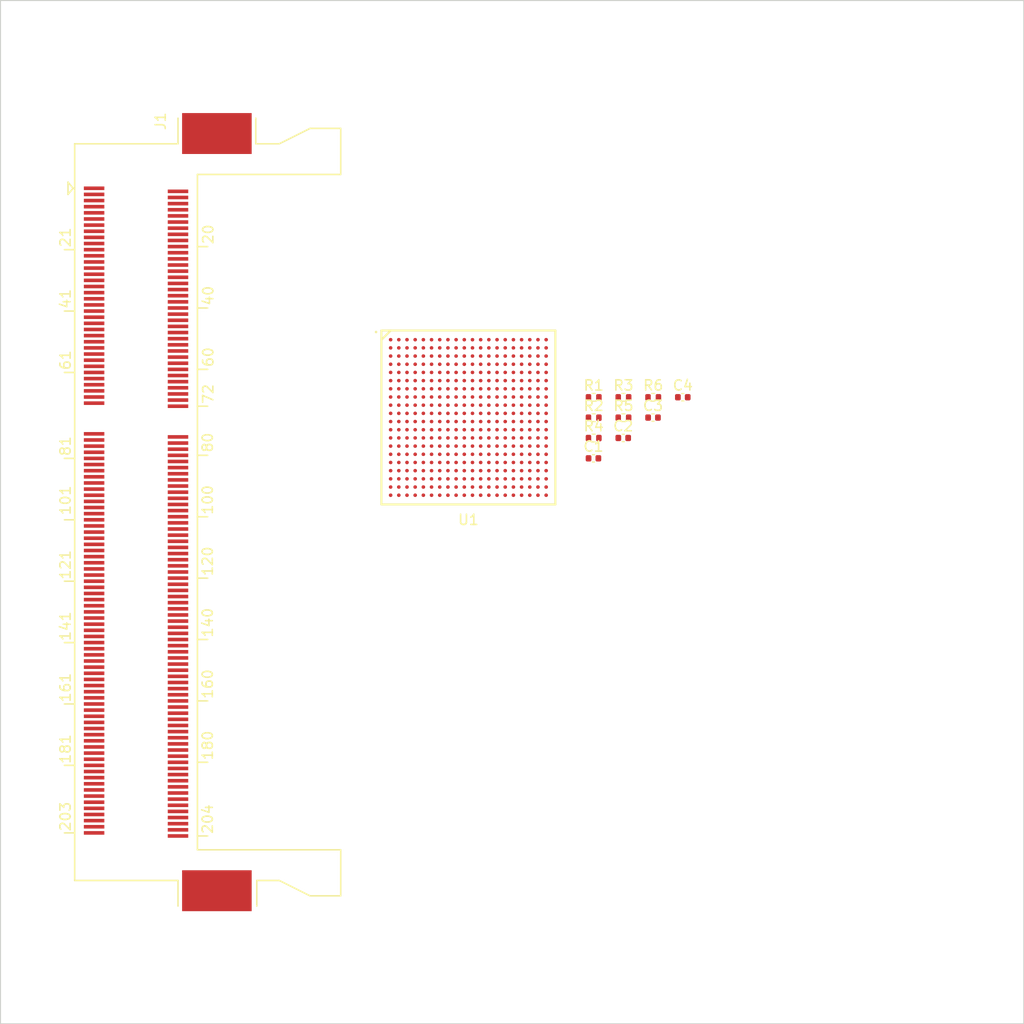
<source format=kicad_pcb>
(kicad_pcb (version 20171130) (host pcbnew "(5.1.9-0-10_14)")

  (general
    (thickness 1.6)
    (drawings 4)
    (tracks 0)
    (zones 0)
    (modules 12)
    (nets 470)
  )

  (page A4)
  (layers
    (0 F.Cu signal)
    (31 B.Cu signal)
    (32 B.Adhes user)
    (33 F.Adhes user)
    (34 B.Paste user)
    (35 F.Paste user)
    (36 B.SilkS user)
    (37 F.SilkS user)
    (38 B.Mask user)
    (39 F.Mask user)
    (40 Dwgs.User user)
    (41 Cmts.User user)
    (42 Eco1.User user)
    (43 Eco2.User user)
    (44 Edge.Cuts user)
    (45 Margin user)
    (46 B.CrtYd user)
    (47 F.CrtYd user)
    (48 B.Fab user)
    (49 F.Fab user)
  )

  (setup
    (last_trace_width 0.35)
    (user_trace_width 0.35)
    (trace_clearance 0.2)
    (zone_clearance 0.508)
    (zone_45_only no)
    (trace_min 0.2)
    (via_size 0.8)
    (via_drill 0.4)
    (via_min_size 0.4)
    (via_min_drill 0.3)
    (uvia_size 0.3)
    (uvia_drill 0.1)
    (uvias_allowed no)
    (uvia_min_size 0.2)
    (uvia_min_drill 0.1)
    (edge_width 0.05)
    (segment_width 0.2)
    (pcb_text_width 0.3)
    (pcb_text_size 1.5 1.5)
    (mod_edge_width 0.12)
    (mod_text_size 1 1)
    (mod_text_width 0.15)
    (pad_size 1.524 1.524)
    (pad_drill 0.762)
    (pad_to_mask_clearance 0)
    (aux_axis_origin 0 0)
    (visible_elements FFFFFF7F)
    (pcbplotparams
      (layerselection 0x010fc_ffffffff)
      (usegerberextensions false)
      (usegerberattributes true)
      (usegerberadvancedattributes true)
      (creategerberjobfile true)
      (excludeedgelayer true)
      (linewidth 0.100000)
      (plotframeref false)
      (viasonmask false)
      (mode 1)
      (useauxorigin false)
      (hpglpennumber 1)
      (hpglpenspeed 20)
      (hpglpendiameter 15.000000)
      (psnegative false)
      (psa4output false)
      (plotreference true)
      (plotvalue true)
      (plotinvisibletext false)
      (padsonsilk false)
      (subtractmaskfromsilk false)
      (outputformat 1)
      (mirror false)
      (drillshape 1)
      (scaleselection 1)
      (outputdirectory ""))
  )

  (net 0 "")
  (net 1 "Net-(J1-Pad122)")
  (net 2 "Net-(J1-Pad78)")
  (net 3 "Net-(J1-Pad125)")
  (net 4 "Net-(J1-Pad77)")
  (net 5 "Net-(J1-Pad1)")
  (net 6 "Net-(U1-PadY20)")
  (net 7 "Net-(U1-PadY19)")
  (net 8 "Net-(U1-PadY18)")
  (net 9 "Net-(U1-PadY17)")
  (net 10 "Net-(U1-PadY16)")
  (net 11 "Net-(U1-PadY15)")
  (net 12 "Net-(U1-PadY14)")
  (net 13 "Net-(U1-PadY13)")
  (net 14 "Net-(U1-PadY12)")
  (net 15 "Net-(U1-PadY11)")
  (net 16 "Net-(U1-PadY10)")
  (net 17 "Net-(U1-PadY9)")
  (net 18 "Net-(U1-PadY8)")
  (net 19 "Net-(U1-PadY7)")
  (net 20 "Net-(U1-PadY6)")
  (net 21 "Net-(U1-PadY5)")
  (net 22 "Net-(U1-PadW20)")
  (net 23 "Net-(U1-PadW19)")
  (net 24 "Net-(U1-PadW18)")
  (net 25 "Net-(U1-PadW17)")
  (net 26 "Net-(U1-PadW16)")
  (net 27 "Net-(U1-PadW15)")
  (net 28 "Net-(U1-PadW14)")
  (net 29 "Net-(U1-PadW13)")
  (net 30 "Net-(U1-PadW12)")
  (net 31 "Net-(U1-PadW11)")
  (net 32 "Net-(U1-PadW10)")
  (net 33 "Net-(U1-PadW9)")
  (net 34 "Net-(U1-PadW8)")
  (net 35 "Net-(U1-PadW7)")
  (net 36 "Net-(U1-PadW6)")
  (net 37 "Net-(U1-PadW2)")
  (net 38 "Net-(U1-PadV20)")
  (net 39 "Net-(U1-PadV19)")
  (net 40 "Net-(U1-PadV18)")
  (net 41 "Net-(U1-PadV17)")
  (net 42 "Net-(U1-PadV16)")
  (net 43 "Net-(U1-PadV15)")
  (net 44 "Net-(U1-PadV14)")
  (net 45 "Net-(U1-PadV13)")
  (net 46 "Net-(U1-PadV12)")
  (net 47 "Net-(U1-PadV11)")
  (net 48 "Net-(U1-PadV10)")
  (net 49 "Net-(U1-PadV9)")
  (net 50 "Net-(U1-PadV8)")
  (net 51 "Net-(U1-PadV7)")
  (net 52 "Net-(U1-PadV6)")
  (net 53 "Net-(U1-PadV5)")
  (net 54 "Net-(U1-PadV4)")
  (net 55 "Net-(U1-PadU20)")
  (net 56 "Net-(U1-PadU19)")
  (net 57 "Net-(U1-PadU18)")
  (net 58 "Net-(U1-PadU17)")
  (net 59 "Net-(U1-PadU16)")
  (net 60 "Net-(U1-PadU15)")
  (net 61 "Net-(U1-PadU14)")
  (net 62 "Net-(U1-PadU13)")
  (net 63 "Net-(U1-PadU12)")
  (net 64 "Net-(U1-PadU11)")
  (net 65 "Net-(U1-PadU10)")
  (net 66 "Net-(U1-PadU9)")
  (net 67 "Net-(U1-PadU8)")
  (net 68 "Net-(U1-PadU7)")
  (net 69 "Net-(U1-PadU6)")
  (net 70 "Net-(U1-PadU5)")
  (net 71 "Net-(U1-PadU1)")
  (net 72 "Net-(U1-PadT20)")
  (net 73 "Net-(U1-PadT19)")
  (net 74 "Net-(U1-PadT18)")
  (net 75 "Net-(U1-PadT17)")
  (net 76 "Net-(U1-PadT16)")
  (net 77 "Net-(U1-PadT15)")
  (net 78 "Net-(U1-PadT14)")
  (net 79 "Net-(U1-PadT13)")
  (net 80 "Net-(U1-PadT12)")
  (net 81 "Net-(U1-PadT11)")
  (net 82 "Net-(U1-PadT10)")
  (net 83 "Net-(U1-PadT9)")
  (net 84 "Net-(U1-PadT8)")
  (net 85 "Net-(U1-PadT7)")
  (net 86 "Net-(U1-PadT6)")
  (net 87 "Net-(U1-PadT5)")
  (net 88 "Net-(U1-PadT3)")
  (net 89 "Net-(U1-PadR20)")
  (net 90 "Net-(U1-PadR19)")
  (net 91 "Net-(U1-PadR18)")
  (net 92 "Net-(U1-PadR17)")
  (net 93 "Net-(U1-PadR16)")
  (net 94 "Net-(U1-PadR15)")
  (net 95 "Net-(U1-PadR14)")
  (net 96 "Net-(U1-PadR13)")
  (net 97 "Net-(U1-PadR12)")
  (net 98 "Net-(U1-PadR11)")
  (net 99 "Net-(U1-PadR10)")
  (net 100 "Net-(U1-PadR9)")
  (net 101 "Net-(U1-PadR8)")
  (net 102 "Net-(U1-PadR7)")
  (net 103 "Net-(U1-PadR6)")
  (net 104 "Net-(U1-PadR5)")
  (net 105 "Net-(U1-PadP20)")
  (net 106 "Net-(U1-PadP19)")
  (net 107 "Net-(U1-PadP18)")
  (net 108 "Net-(U1-PadP17)")
  (net 109 "Net-(U1-PadP16)")
  (net 110 "Net-(U1-PadP15)")
  (net 111 "Net-(U1-PadP14)")
  (net 112 "Net-(U1-PadP13)")
  (net 113 "Net-(U1-PadP12)")
  (net 114 "Net-(U1-PadP11)")
  (net 115 "Net-(U1-PadP10)")
  (net 116 "Net-(U1-PadP9)")
  (net 117 "Net-(U1-PadP8)")
  (net 118 "Net-(U1-PadP7)")
  (net 119 "Net-(U1-PadP2)")
  (net 120 "Net-(U1-PadN20)")
  (net 121 "Net-(U1-PadN19)")
  (net 122 "Net-(U1-PadN18)")
  (net 123 "Net-(U1-PadN17)")
  (net 124 "Net-(U1-PadN16)")
  (net 125 "Net-(U1-PadN15)")
  (net 126 "Net-(U1-PadN14)")
  (net 127 "Net-(U1-PadN13)")
  (net 128 "Net-(U1-PadN12)")
  (net 129 "Net-(U1-PadN11)")
  (net 130 "Net-(U1-PadN10)")
  (net 131 "Net-(U1-PadN9)")
  (net 132 "Net-(U1-PadN8)")
  (net 133 "Net-(U1-PadN7)")
  (net 134 "Net-(U1-PadN6)")
  (net 135 "Net-(U1-PadN4)")
  (net 136 "Net-(U1-PadM20)")
  (net 137 "Net-(U1-PadM19)")
  (net 138 "Net-(U1-PadM18)")
  (net 139 "Net-(U1-PadM17)")
  (net 140 "Net-(U1-PadM16)")
  (net 141 "Net-(U1-PadM15)")
  (net 142 "Net-(U1-PadM14)")
  (net 143 "Net-(U1-PadM13)")
  (net 144 "Net-(U1-PadM12)")
  (net 145 "Net-(U1-PadM11)")
  (net 146 "Net-(U1-PadM10)")
  (net 147 "Net-(U1-PadM9)")
  (net 148 "Net-(U1-PadM8)")
  (net 149 "Net-(U1-PadM7)")
  (net 150 "Net-(U1-PadM6)")
  (net 151 "Net-(U1-PadM1)")
  (net 152 "Net-(U1-PadL20)")
  (net 153 "Net-(U1-PadL19)")
  (net 154 "Net-(U1-PadL18)")
  (net 155 "Net-(U1-PadL17)")
  (net 156 "Net-(U1-PadL16)")
  (net 157 "Net-(U1-PadL15)")
  (net 158 "Net-(U1-PadL14)")
  (net 159 "Net-(U1-PadL13)")
  (net 160 "Net-(U1-PadL12)")
  (net 161 "Net-(U1-PadL11)")
  (net 162 "Net-(U1-PadL10)")
  (net 163 "Net-(U1-PadL9)")
  (net 164 "Net-(U1-PadL8)")
  (net 165 "Net-(U1-PadL7)")
  (net 166 "Net-(U1-PadL6)")
  (net 167 "Net-(U1-PadL3)")
  (net 168 "Net-(U1-PadK20)")
  (net 169 "Net-(U1-PadK19)")
  (net 170 "Net-(U1-PadK18)")
  (net 171 "Net-(U1-PadK17)")
  (net 172 "Net-(U1-PadK16)")
  (net 173 "Net-(U1-PadK15)")
  (net 174 "Net-(U1-PadK14)")
  (net 175 "Net-(U1-PadK13)")
  (net 176 "Net-(U1-PadK12)")
  (net 177 "Net-(U1-PadK11)")
  (net 178 "Net-(U1-PadK10)")
  (net 179 "Net-(U1-PadK9)")
  (net 180 "Net-(U1-PadK8)")
  (net 181 "Net-(U1-PadK7)")
  (net 182 "Net-(U1-PadK6)")
  (net 183 "Net-(U1-PadK5)")
  (net 184 "Net-(U1-PadJ20)")
  (net 185 "Net-(U1-PadJ19)")
  (net 186 "Net-(U1-PadJ18)")
  (net 187 "Net-(U1-PadJ17)")
  (net 188 "Net-(U1-PadJ16)")
  (net 189 "Net-(U1-PadJ15)")
  (net 190 "Net-(U1-PadJ14)")
  (net 191 "Net-(U1-PadJ13)")
  (net 192 "Net-(U1-PadJ12)")
  (net 193 "Net-(U1-PadJ11)")
  (net 194 "Net-(U1-PadJ10)")
  (net 195 "Net-(U1-PadJ9)")
  (net 196 "Net-(U1-PadJ8)")
  (net 197 "Net-(U1-PadJ7)")
  (net 198 "Net-(U1-PadJ6)")
  (net 199 "Net-(U1-PadJ2)")
  (net 200 "Net-(U1-PadH20)")
  (net 201 "Net-(U1-PadH19)")
  (net 202 "Net-(U1-PadH18)")
  (net 203 "Net-(U1-PadH17)")
  (net 204 "Net-(U1-PadH16)")
  (net 205 "Net-(U1-PadH15)")
  (net 206 "Net-(U1-PadH14)")
  (net 207 "Net-(U1-PadH13)")
  (net 208 "Net-(U1-PadH12)")
  (net 209 "Net-(U1-PadH11)")
  (net 210 "Net-(U1-PadH10)")
  (net 211 "Net-(U1-PadH9)")
  (net 212 "Net-(U1-PadH8)")
  (net 213 "Net-(U1-PadH7)")
  (net 214 "Net-(U1-PadH4)")
  (net 215 "Net-(U1-PadG20)")
  (net 216 "Net-(U1-PadG19)")
  (net 217 "Net-(U1-PadG18)")
  (net 218 "Net-(U1-PadG17)")
  (net 219 "Net-(U1-PadG16)")
  (net 220 "Net-(U1-PadG15)")
  (net 221 "Net-(U1-PadG14)")
  (net 222 "Net-(U1-PadG13)")
  (net 223 "Net-(U1-PadG12)")
  (net 224 "Net-(U1-PadG11)")
  (net 225 "Net-(U1-PadG10)")
  (net 226 "Net-(U1-PadG9)")
  (net 227 "Net-(U1-PadG8)")
  (net 228 "Net-(U1-PadG7)")
  (net 229 "Net-(U1-PadG6)")
  (net 230 "Net-(U1-PadG1)")
  (net 231 "Net-(U1-PadF20)")
  (net 232 "Net-(U1-PadF19)")
  (net 233 "Net-(U1-PadF18)")
  (net 234 "Net-(U1-PadF17)")
  (net 235 "Net-(U1-PadF16)")
  (net 236 "Net-(U1-PadF15)")
  (net 237 "Net-(U1-PadF14)")
  (net 238 "Net-(U1-PadF13)")
  (net 239 "Net-(U1-PadF12)")
  (net 240 "Net-(U1-PadF11)")
  (net 241 "Net-(U1-PadF10)")
  (net 242 "Net-(U1-PadF9)")
  (net 243 "Net-(U1-PadF8)")
  (net 244 "Net-(U1-PadF7)")
  (net 245 "Net-(U1-PadF6)")
  (net 246 "Net-(U1-PadF3)")
  (net 247 "Net-(U1-PadE20)")
  (net 248 "Net-(U1-PadE19)")
  (net 249 "Net-(U1-PadE18)")
  (net 250 "Net-(U1-PadE17)")
  (net 251 "Net-(U1-PadE16)")
  (net 252 "Net-(U1-PadE15)")
  (net 253 "Net-(U1-PadE14)")
  (net 254 "Net-(U1-PadE13)")
  (net 255 "Net-(U1-PadE12)")
  (net 256 "Net-(U1-PadE11)")
  (net 257 "Net-(U1-PadE10)")
  (net 258 "Net-(U1-PadE9)")
  (net 259 "Net-(U1-PadE8)")
  (net 260 "Net-(U1-PadE7)")
  (net 261 "Net-(U1-PadE6)")
  (net 262 "Net-(U1-PadE5)")
  (net 263 "Net-(U1-PadD20)")
  (net 264 "Net-(U1-PadD19)")
  (net 265 "Net-(U1-PadD18)")
  (net 266 "Net-(U1-PadD17)")
  (net 267 "Net-(U1-PadD16)")
  (net 268 "Net-(U1-PadD15)")
  (net 269 "Net-(U1-PadD14)")
  (net 270 "Net-(U1-PadD13)")
  (net 271 "Net-(U1-PadD12)")
  (net 272 "Net-(U1-PadD11)")
  (net 273 "Net-(U1-PadD10)")
  (net 274 "Net-(U1-PadD9)")
  (net 275 "Net-(U1-PadD8)")
  (net 276 "Net-(U1-PadD7)")
  (net 277 "Net-(U1-PadD6)")
  (net 278 "Net-(U1-PadD5)")
  (net 279 "Net-(U1-PadD2)")
  (net 280 "Net-(U1-PadC20)")
  (net 281 "Net-(U1-PadC19)")
  (net 282 "Net-(U1-PadC18)")
  (net 283 "Net-(U1-PadC17)")
  (net 284 "Net-(U1-PadC16)")
  (net 285 "Net-(U1-PadC15)")
  (net 286 "Net-(U1-PadC14)")
  (net 287 "Net-(U1-PadC13)")
  (net 288 "Net-(U1-PadC12)")
  (net 289 "Net-(U1-PadC11)")
  (net 290 "Net-(U1-PadC10)")
  (net 291 "Net-(U1-PadC9)")
  (net 292 "Net-(U1-PadC8)")
  (net 293 "Net-(U1-PadC7)")
  (net 294 "Net-(U1-PadC6)")
  (net 295 "Net-(U1-PadC5)")
  (net 296 "Net-(U1-PadC4)")
  (net 297 "Net-(U1-PadB20)")
  (net 298 "Net-(U1-PadB19)")
  (net 299 "Net-(U1-PadB18)")
  (net 300 "Net-(U1-PadB17)")
  (net 301 "Net-(U1-PadB16)")
  (net 302 "Net-(U1-PadB15)")
  (net 303 "Net-(U1-PadB14)")
  (net 304 "Net-(U1-PadB13)")
  (net 305 "Net-(U1-PadB12)")
  (net 306 "Net-(U1-PadB11)")
  (net 307 "Net-(U1-PadB10)")
  (net 308 "Net-(U1-PadB9)")
  (net 309 "Net-(U1-PadB8)")
  (net 310 "Net-(U1-PadB7)")
  (net 311 "Net-(U1-PadB6)")
  (net 312 "Net-(U1-PadB5)")
  (net 313 "Net-(U1-PadB1)")
  (net 314 "Net-(U1-PadA20)")
  (net 315 "Net-(U1-PadA19)")
  (net 316 "Net-(U1-PadA18)")
  (net 317 "Net-(U1-PadA17)")
  (net 318 "Net-(U1-PadA16)")
  (net 319 "Net-(U1-PadA15)")
  (net 320 "Net-(U1-PadA14)")
  (net 321 "Net-(U1-PadA13)")
  (net 322 "Net-(U1-PadA12)")
  (net 323 "Net-(U1-PadA11)")
  (net 324 "Net-(U1-PadA10)")
  (net 325 "Net-(U1-PadA9)")
  (net 326 "Net-(U1-PadA8)")
  (net 327 "Net-(U1-PadA7)")
  (net 328 "Net-(U1-PadA6)")
  (net 329 "Net-(U1-PadA5)")
  (net 330 "Net-(U1-PadA3)")
  (net 331 DDR_DQ31)
  (net 332 DDR_DQ30)
  (net 333 DDR_DQ29)
  (net 334 DDR_DQ28)
  (net 335 DDR_DQ23)
  (net 336 DDR_DQ22)
  (net 337 DDR_DQ21)
  (net 338 DDR_DQ20)
  (net 339 DDR_DQ15)
  (net 340 DDR_DQ14)
  (net 341 DDR_DQ13)
  (net 342 DDR_DQ12)
  (net 343 DDR_DQ7)
  (net 344 DDR_DQ6)
  (net 345 DDR_DQ5)
  (net 346 DDR_DQ4)
  (net 347 DDR_DQ27)
  (net 348 DDR_DQ26)
  (net 349 DDR_DQ25)
  (net 350 DDR_DQ24)
  (net 351 DDR_DQ19)
  (net 352 DDR_DQ18)
  (net 353 DDR_DQ17)
  (net 354 DDR_DQ16)
  (net 355 DDR_DQ11)
  (net 356 DDR_DQ10)
  (net 357 DDR_DQ9)
  (net 358 DDR_DQ8)
  (net 359 DDR_DQ3)
  (net 360 DDR_DQ2)
  (net 361 DDR_DQ1)
  (net 362 DDR_DQ0)
  (net 363 DDR_DQ63)
  (net 364 DDR_DQ62)
  (net 365 DDR_DQ61)
  (net 366 DDR_DQ60)
  (net 367 DDR_DQ55)
  (net 368 DDR_DQ54)
  (net 369 DDR_DQ53)
  (net 370 DDR_DQ52)
  (net 371 DDR_DQ47)
  (net 372 DDR_DQ46)
  (net 373 DDR_DQ45)
  (net 374 DDR_DQ44)
  (net 375 DDR_DQ39)
  (net 376 DDR_DQ38)
  (net 377 DDR_DQ37)
  (net 378 DDR_DQ36)
  (net 379 DDR_A0)
  (net 380 DDR_A2)
  (net 381 DDR_A4)
  (net 382 DDR_A6)
  (net 383 DDR_A7)
  (net 384 DDR_A11)
  (net 385 DDR_A14)
  (net 386 DDR_DQ59)
  (net 387 DDR_DQ58)
  (net 388 DDR_DQ57)
  (net 389 DDR_DQ56)
  (net 390 DDR_DQ51)
  (net 391 DDR_DQ50)
  (net 392 DDR_DQ49)
  (net 393 DDR_DQ48)
  (net 394 DDR_DQ43)
  (net 395 DDR_DQ42)
  (net 396 DDR_DQ41)
  (net 397 DDR_DQ40)
  (net 398 DDR_DQ35)
  (net 399 DDR_DQ34)
  (net 400 DDR_DQ33)
  (net 401 DDR_DQ32)
  (net 402 DDR_A13)
  (net 403 DDR_A10)
  (net 404 DDR_A1)
  (net 405 DDR_A3)
  (net 406 DDR_A5)
  (net 407 DDR_A8)
  (net 408 DDR_A9)
  (net 409 DDR_A12)
  (net 410 DDR_DM4)
  (net 411 DDR_BA1)
  (net 412 DDR_DQS_P3)
  (net 413 DDR_DQS_N3)
  (net 414 DDR_DM2)
  (net 415 DDR_DM1)
  (net 416 DDR_DQS_P0)
  (net 417 DDR_DQS_N0)
  (net 418 DDR_BA0)
  (net 419 DDR_BA2)
  (net 420 DDR_DM3)
  (net 421 DDR_DQS_P2)
  (net 422 DDR_DQS_N2)
  (net 423 DDR_DQS_P1)
  (net 424 DDR_DQS_N1)
  (net 425 DDR_DM0)
  (net 426 VCC_DDR)
  (net 427 "Net-(C1-Pad1)")
  (net 428 GND)
  (net 429 "Net-(C3-Pad1)")
  (net 430 DDR_ODT)
  (net 431 DDR_RST)
  (net 432 "Net-(R1-Pad2)")
  (net 433 "Net-(R2-Pad2)")
  (net 434 DDR_CAS)
  (net 435 DDR_RAS)
  (net 436 DDR_CKE)
  (net 437 DDR_CS)
  (net 438 DDR_WE)
  (net 439 DDR_CKN)
  (net 440 DDR_CKP)
  (net 441 DDR_VTT)
  (net 442 DDR_SCL)
  (net 443 DDR_SDA)
  (net 444 DDR_EVENT)
  (net 445 DDR_DQS_P7)
  (net 446 DDR_DQS_N7)
  (net 447 DDR_DM6)
  (net 448 DDR_DQS_P5)
  (net 449 DDR_DQS_N5)
  (net 450 DDR_SS)
  (net 451 DDR_VREFCA)
  (net 452 DDR_ODT1)
  (net 453 DDR_S0)
  (net 454 DDR_CK1_N)
  (net 455 DDR_CK1_P)
  (net 456 DDR_CKE1)
  (net 457 DDR_SA1)
  (net 458 DDR_VDD_SPD)
  (net 459 DDR_SA0)
  (net 460 DDR_DM7)
  (net 461 DDR_DQS_P6)
  (net 462 DDR_DQS_N6)
  (net 463 DDR_DM5)
  (net 464 DDR_DQS_P4)
  (net 465 DDR_DQS_N4)
  (net 466 DDR_S1)
  (net 467 DDR_CK0_P)
  (net 468 DDR_CK0_N)
  (net 469 DDR_CKE0)

  (net_class Default "This is the default net class."
    (clearance 0.2)
    (trace_width 0.25)
    (via_dia 0.8)
    (via_drill 0.4)
    (uvia_dia 0.3)
    (uvia_drill 0.1)
    (add_net DDR_A0)
    (add_net DDR_A1)
    (add_net DDR_A10)
    (add_net DDR_A11)
    (add_net DDR_A12)
    (add_net DDR_A13)
    (add_net DDR_A14)
    (add_net DDR_A2)
    (add_net DDR_A3)
    (add_net DDR_A4)
    (add_net DDR_A5)
    (add_net DDR_A6)
    (add_net DDR_A7)
    (add_net DDR_A8)
    (add_net DDR_A9)
    (add_net DDR_BA0)
    (add_net DDR_BA1)
    (add_net DDR_BA2)
    (add_net DDR_CAS)
    (add_net DDR_CK0_N)
    (add_net DDR_CK0_P)
    (add_net DDR_CK1_N)
    (add_net DDR_CK1_P)
    (add_net DDR_CKE)
    (add_net DDR_CKE0)
    (add_net DDR_CKE1)
    (add_net DDR_CKN)
    (add_net DDR_CKP)
    (add_net DDR_CS)
    (add_net DDR_DM0)
    (add_net DDR_DM1)
    (add_net DDR_DM2)
    (add_net DDR_DM3)
    (add_net DDR_DM4)
    (add_net DDR_DM5)
    (add_net DDR_DM6)
    (add_net DDR_DM7)
    (add_net DDR_DQ0)
    (add_net DDR_DQ1)
    (add_net DDR_DQ10)
    (add_net DDR_DQ11)
    (add_net DDR_DQ12)
    (add_net DDR_DQ13)
    (add_net DDR_DQ14)
    (add_net DDR_DQ15)
    (add_net DDR_DQ16)
    (add_net DDR_DQ17)
    (add_net DDR_DQ18)
    (add_net DDR_DQ19)
    (add_net DDR_DQ2)
    (add_net DDR_DQ20)
    (add_net DDR_DQ21)
    (add_net DDR_DQ22)
    (add_net DDR_DQ23)
    (add_net DDR_DQ24)
    (add_net DDR_DQ25)
    (add_net DDR_DQ26)
    (add_net DDR_DQ27)
    (add_net DDR_DQ28)
    (add_net DDR_DQ29)
    (add_net DDR_DQ3)
    (add_net DDR_DQ30)
    (add_net DDR_DQ31)
    (add_net DDR_DQ32)
    (add_net DDR_DQ33)
    (add_net DDR_DQ34)
    (add_net DDR_DQ35)
    (add_net DDR_DQ36)
    (add_net DDR_DQ37)
    (add_net DDR_DQ38)
    (add_net DDR_DQ39)
    (add_net DDR_DQ4)
    (add_net DDR_DQ40)
    (add_net DDR_DQ41)
    (add_net DDR_DQ42)
    (add_net DDR_DQ43)
    (add_net DDR_DQ44)
    (add_net DDR_DQ45)
    (add_net DDR_DQ46)
    (add_net DDR_DQ47)
    (add_net DDR_DQ48)
    (add_net DDR_DQ49)
    (add_net DDR_DQ5)
    (add_net DDR_DQ50)
    (add_net DDR_DQ51)
    (add_net DDR_DQ52)
    (add_net DDR_DQ53)
    (add_net DDR_DQ54)
    (add_net DDR_DQ55)
    (add_net DDR_DQ56)
    (add_net DDR_DQ57)
    (add_net DDR_DQ58)
    (add_net DDR_DQ59)
    (add_net DDR_DQ6)
    (add_net DDR_DQ60)
    (add_net DDR_DQ61)
    (add_net DDR_DQ62)
    (add_net DDR_DQ63)
    (add_net DDR_DQ7)
    (add_net DDR_DQ8)
    (add_net DDR_DQ9)
    (add_net DDR_DQS_N0)
    (add_net DDR_DQS_N1)
    (add_net DDR_DQS_N2)
    (add_net DDR_DQS_N3)
    (add_net DDR_DQS_N4)
    (add_net DDR_DQS_N5)
    (add_net DDR_DQS_N6)
    (add_net DDR_DQS_N7)
    (add_net DDR_DQS_P0)
    (add_net DDR_DQS_P1)
    (add_net DDR_DQS_P2)
    (add_net DDR_DQS_P3)
    (add_net DDR_DQS_P4)
    (add_net DDR_DQS_P5)
    (add_net DDR_DQS_P6)
    (add_net DDR_DQS_P7)
    (add_net DDR_EVENT)
    (add_net DDR_ODT)
    (add_net DDR_ODT1)
    (add_net DDR_RAS)
    (add_net DDR_RST)
    (add_net DDR_S0)
    (add_net DDR_S1)
    (add_net DDR_SA0)
    (add_net DDR_SA1)
    (add_net DDR_SCL)
    (add_net DDR_SDA)
    (add_net DDR_SS)
    (add_net DDR_VDD_SPD)
    (add_net DDR_VREFCA)
    (add_net DDR_VTT)
    (add_net DDR_WE)
    (add_net GND)
    (add_net "Net-(C1-Pad1)")
    (add_net "Net-(C3-Pad1)")
    (add_net "Net-(J1-Pad1)")
    (add_net "Net-(J1-Pad122)")
    (add_net "Net-(J1-Pad125)")
    (add_net "Net-(J1-Pad77)")
    (add_net "Net-(J1-Pad78)")
    (add_net "Net-(R1-Pad2)")
    (add_net "Net-(R2-Pad2)")
    (add_net "Net-(U1-PadA10)")
    (add_net "Net-(U1-PadA11)")
    (add_net "Net-(U1-PadA12)")
    (add_net "Net-(U1-PadA13)")
    (add_net "Net-(U1-PadA14)")
    (add_net "Net-(U1-PadA15)")
    (add_net "Net-(U1-PadA16)")
    (add_net "Net-(U1-PadA17)")
    (add_net "Net-(U1-PadA18)")
    (add_net "Net-(U1-PadA19)")
    (add_net "Net-(U1-PadA20)")
    (add_net "Net-(U1-PadA3)")
    (add_net "Net-(U1-PadA5)")
    (add_net "Net-(U1-PadA6)")
    (add_net "Net-(U1-PadA7)")
    (add_net "Net-(U1-PadA8)")
    (add_net "Net-(U1-PadA9)")
    (add_net "Net-(U1-PadB1)")
    (add_net "Net-(U1-PadB10)")
    (add_net "Net-(U1-PadB11)")
    (add_net "Net-(U1-PadB12)")
    (add_net "Net-(U1-PadB13)")
    (add_net "Net-(U1-PadB14)")
    (add_net "Net-(U1-PadB15)")
    (add_net "Net-(U1-PadB16)")
    (add_net "Net-(U1-PadB17)")
    (add_net "Net-(U1-PadB18)")
    (add_net "Net-(U1-PadB19)")
    (add_net "Net-(U1-PadB20)")
    (add_net "Net-(U1-PadB5)")
    (add_net "Net-(U1-PadB6)")
    (add_net "Net-(U1-PadB7)")
    (add_net "Net-(U1-PadB8)")
    (add_net "Net-(U1-PadB9)")
    (add_net "Net-(U1-PadC10)")
    (add_net "Net-(U1-PadC11)")
    (add_net "Net-(U1-PadC12)")
    (add_net "Net-(U1-PadC13)")
    (add_net "Net-(U1-PadC14)")
    (add_net "Net-(U1-PadC15)")
    (add_net "Net-(U1-PadC16)")
    (add_net "Net-(U1-PadC17)")
    (add_net "Net-(U1-PadC18)")
    (add_net "Net-(U1-PadC19)")
    (add_net "Net-(U1-PadC20)")
    (add_net "Net-(U1-PadC4)")
    (add_net "Net-(U1-PadC5)")
    (add_net "Net-(U1-PadC6)")
    (add_net "Net-(U1-PadC7)")
    (add_net "Net-(U1-PadC8)")
    (add_net "Net-(U1-PadC9)")
    (add_net "Net-(U1-PadD10)")
    (add_net "Net-(U1-PadD11)")
    (add_net "Net-(U1-PadD12)")
    (add_net "Net-(U1-PadD13)")
    (add_net "Net-(U1-PadD14)")
    (add_net "Net-(U1-PadD15)")
    (add_net "Net-(U1-PadD16)")
    (add_net "Net-(U1-PadD17)")
    (add_net "Net-(U1-PadD18)")
    (add_net "Net-(U1-PadD19)")
    (add_net "Net-(U1-PadD2)")
    (add_net "Net-(U1-PadD20)")
    (add_net "Net-(U1-PadD5)")
    (add_net "Net-(U1-PadD6)")
    (add_net "Net-(U1-PadD7)")
    (add_net "Net-(U1-PadD8)")
    (add_net "Net-(U1-PadD9)")
    (add_net "Net-(U1-PadE10)")
    (add_net "Net-(U1-PadE11)")
    (add_net "Net-(U1-PadE12)")
    (add_net "Net-(U1-PadE13)")
    (add_net "Net-(U1-PadE14)")
    (add_net "Net-(U1-PadE15)")
    (add_net "Net-(U1-PadE16)")
    (add_net "Net-(U1-PadE17)")
    (add_net "Net-(U1-PadE18)")
    (add_net "Net-(U1-PadE19)")
    (add_net "Net-(U1-PadE20)")
    (add_net "Net-(U1-PadE5)")
    (add_net "Net-(U1-PadE6)")
    (add_net "Net-(U1-PadE7)")
    (add_net "Net-(U1-PadE8)")
    (add_net "Net-(U1-PadE9)")
    (add_net "Net-(U1-PadF10)")
    (add_net "Net-(U1-PadF11)")
    (add_net "Net-(U1-PadF12)")
    (add_net "Net-(U1-PadF13)")
    (add_net "Net-(U1-PadF14)")
    (add_net "Net-(U1-PadF15)")
    (add_net "Net-(U1-PadF16)")
    (add_net "Net-(U1-PadF17)")
    (add_net "Net-(U1-PadF18)")
    (add_net "Net-(U1-PadF19)")
    (add_net "Net-(U1-PadF20)")
    (add_net "Net-(U1-PadF3)")
    (add_net "Net-(U1-PadF6)")
    (add_net "Net-(U1-PadF7)")
    (add_net "Net-(U1-PadF8)")
    (add_net "Net-(U1-PadF9)")
    (add_net "Net-(U1-PadG1)")
    (add_net "Net-(U1-PadG10)")
    (add_net "Net-(U1-PadG11)")
    (add_net "Net-(U1-PadG12)")
    (add_net "Net-(U1-PadG13)")
    (add_net "Net-(U1-PadG14)")
    (add_net "Net-(U1-PadG15)")
    (add_net "Net-(U1-PadG16)")
    (add_net "Net-(U1-PadG17)")
    (add_net "Net-(U1-PadG18)")
    (add_net "Net-(U1-PadG19)")
    (add_net "Net-(U1-PadG20)")
    (add_net "Net-(U1-PadG6)")
    (add_net "Net-(U1-PadG7)")
    (add_net "Net-(U1-PadG8)")
    (add_net "Net-(U1-PadG9)")
    (add_net "Net-(U1-PadH10)")
    (add_net "Net-(U1-PadH11)")
    (add_net "Net-(U1-PadH12)")
    (add_net "Net-(U1-PadH13)")
    (add_net "Net-(U1-PadH14)")
    (add_net "Net-(U1-PadH15)")
    (add_net "Net-(U1-PadH16)")
    (add_net "Net-(U1-PadH17)")
    (add_net "Net-(U1-PadH18)")
    (add_net "Net-(U1-PadH19)")
    (add_net "Net-(U1-PadH20)")
    (add_net "Net-(U1-PadH4)")
    (add_net "Net-(U1-PadH7)")
    (add_net "Net-(U1-PadH8)")
    (add_net "Net-(U1-PadH9)")
    (add_net "Net-(U1-PadJ10)")
    (add_net "Net-(U1-PadJ11)")
    (add_net "Net-(U1-PadJ12)")
    (add_net "Net-(U1-PadJ13)")
    (add_net "Net-(U1-PadJ14)")
    (add_net "Net-(U1-PadJ15)")
    (add_net "Net-(U1-PadJ16)")
    (add_net "Net-(U1-PadJ17)")
    (add_net "Net-(U1-PadJ18)")
    (add_net "Net-(U1-PadJ19)")
    (add_net "Net-(U1-PadJ2)")
    (add_net "Net-(U1-PadJ20)")
    (add_net "Net-(U1-PadJ6)")
    (add_net "Net-(U1-PadJ7)")
    (add_net "Net-(U1-PadJ8)")
    (add_net "Net-(U1-PadJ9)")
    (add_net "Net-(U1-PadK10)")
    (add_net "Net-(U1-PadK11)")
    (add_net "Net-(U1-PadK12)")
    (add_net "Net-(U1-PadK13)")
    (add_net "Net-(U1-PadK14)")
    (add_net "Net-(U1-PadK15)")
    (add_net "Net-(U1-PadK16)")
    (add_net "Net-(U1-PadK17)")
    (add_net "Net-(U1-PadK18)")
    (add_net "Net-(U1-PadK19)")
    (add_net "Net-(U1-PadK20)")
    (add_net "Net-(U1-PadK5)")
    (add_net "Net-(U1-PadK6)")
    (add_net "Net-(U1-PadK7)")
    (add_net "Net-(U1-PadK8)")
    (add_net "Net-(U1-PadK9)")
    (add_net "Net-(U1-PadL10)")
    (add_net "Net-(U1-PadL11)")
    (add_net "Net-(U1-PadL12)")
    (add_net "Net-(U1-PadL13)")
    (add_net "Net-(U1-PadL14)")
    (add_net "Net-(U1-PadL15)")
    (add_net "Net-(U1-PadL16)")
    (add_net "Net-(U1-PadL17)")
    (add_net "Net-(U1-PadL18)")
    (add_net "Net-(U1-PadL19)")
    (add_net "Net-(U1-PadL20)")
    (add_net "Net-(U1-PadL3)")
    (add_net "Net-(U1-PadL6)")
    (add_net "Net-(U1-PadL7)")
    (add_net "Net-(U1-PadL8)")
    (add_net "Net-(U1-PadL9)")
    (add_net "Net-(U1-PadM1)")
    (add_net "Net-(U1-PadM10)")
    (add_net "Net-(U1-PadM11)")
    (add_net "Net-(U1-PadM12)")
    (add_net "Net-(U1-PadM13)")
    (add_net "Net-(U1-PadM14)")
    (add_net "Net-(U1-PadM15)")
    (add_net "Net-(U1-PadM16)")
    (add_net "Net-(U1-PadM17)")
    (add_net "Net-(U1-PadM18)")
    (add_net "Net-(U1-PadM19)")
    (add_net "Net-(U1-PadM20)")
    (add_net "Net-(U1-PadM6)")
    (add_net "Net-(U1-PadM7)")
    (add_net "Net-(U1-PadM8)")
    (add_net "Net-(U1-PadM9)")
    (add_net "Net-(U1-PadN10)")
    (add_net "Net-(U1-PadN11)")
    (add_net "Net-(U1-PadN12)")
    (add_net "Net-(U1-PadN13)")
    (add_net "Net-(U1-PadN14)")
    (add_net "Net-(U1-PadN15)")
    (add_net "Net-(U1-PadN16)")
    (add_net "Net-(U1-PadN17)")
    (add_net "Net-(U1-PadN18)")
    (add_net "Net-(U1-PadN19)")
    (add_net "Net-(U1-PadN20)")
    (add_net "Net-(U1-PadN4)")
    (add_net "Net-(U1-PadN6)")
    (add_net "Net-(U1-PadN7)")
    (add_net "Net-(U1-PadN8)")
    (add_net "Net-(U1-PadN9)")
    (add_net "Net-(U1-PadP10)")
    (add_net "Net-(U1-PadP11)")
    (add_net "Net-(U1-PadP12)")
    (add_net "Net-(U1-PadP13)")
    (add_net "Net-(U1-PadP14)")
    (add_net "Net-(U1-PadP15)")
    (add_net "Net-(U1-PadP16)")
    (add_net "Net-(U1-PadP17)")
    (add_net "Net-(U1-PadP18)")
    (add_net "Net-(U1-PadP19)")
    (add_net "Net-(U1-PadP2)")
    (add_net "Net-(U1-PadP20)")
    (add_net "Net-(U1-PadP7)")
    (add_net "Net-(U1-PadP8)")
    (add_net "Net-(U1-PadP9)")
    (add_net "Net-(U1-PadR10)")
    (add_net "Net-(U1-PadR11)")
    (add_net "Net-(U1-PadR12)")
    (add_net "Net-(U1-PadR13)")
    (add_net "Net-(U1-PadR14)")
    (add_net "Net-(U1-PadR15)")
    (add_net "Net-(U1-PadR16)")
    (add_net "Net-(U1-PadR17)")
    (add_net "Net-(U1-PadR18)")
    (add_net "Net-(U1-PadR19)")
    (add_net "Net-(U1-PadR20)")
    (add_net "Net-(U1-PadR5)")
    (add_net "Net-(U1-PadR6)")
    (add_net "Net-(U1-PadR7)")
    (add_net "Net-(U1-PadR8)")
    (add_net "Net-(U1-PadR9)")
    (add_net "Net-(U1-PadT10)")
    (add_net "Net-(U1-PadT11)")
    (add_net "Net-(U1-PadT12)")
    (add_net "Net-(U1-PadT13)")
    (add_net "Net-(U1-PadT14)")
    (add_net "Net-(U1-PadT15)")
    (add_net "Net-(U1-PadT16)")
    (add_net "Net-(U1-PadT17)")
    (add_net "Net-(U1-PadT18)")
    (add_net "Net-(U1-PadT19)")
    (add_net "Net-(U1-PadT20)")
    (add_net "Net-(U1-PadT3)")
    (add_net "Net-(U1-PadT5)")
    (add_net "Net-(U1-PadT6)")
    (add_net "Net-(U1-PadT7)")
    (add_net "Net-(U1-PadT8)")
    (add_net "Net-(U1-PadT9)")
    (add_net "Net-(U1-PadU1)")
    (add_net "Net-(U1-PadU10)")
    (add_net "Net-(U1-PadU11)")
    (add_net "Net-(U1-PadU12)")
    (add_net "Net-(U1-PadU13)")
    (add_net "Net-(U1-PadU14)")
    (add_net "Net-(U1-PadU15)")
    (add_net "Net-(U1-PadU16)")
    (add_net "Net-(U1-PadU17)")
    (add_net "Net-(U1-PadU18)")
    (add_net "Net-(U1-PadU19)")
    (add_net "Net-(U1-PadU20)")
    (add_net "Net-(U1-PadU5)")
    (add_net "Net-(U1-PadU6)")
    (add_net "Net-(U1-PadU7)")
    (add_net "Net-(U1-PadU8)")
    (add_net "Net-(U1-PadU9)")
    (add_net "Net-(U1-PadV10)")
    (add_net "Net-(U1-PadV11)")
    (add_net "Net-(U1-PadV12)")
    (add_net "Net-(U1-PadV13)")
    (add_net "Net-(U1-PadV14)")
    (add_net "Net-(U1-PadV15)")
    (add_net "Net-(U1-PadV16)")
    (add_net "Net-(U1-PadV17)")
    (add_net "Net-(U1-PadV18)")
    (add_net "Net-(U1-PadV19)")
    (add_net "Net-(U1-PadV20)")
    (add_net "Net-(U1-PadV4)")
    (add_net "Net-(U1-PadV5)")
    (add_net "Net-(U1-PadV6)")
    (add_net "Net-(U1-PadV7)")
    (add_net "Net-(U1-PadV8)")
    (add_net "Net-(U1-PadV9)")
    (add_net "Net-(U1-PadW10)")
    (add_net "Net-(U1-PadW11)")
    (add_net "Net-(U1-PadW12)")
    (add_net "Net-(U1-PadW13)")
    (add_net "Net-(U1-PadW14)")
    (add_net "Net-(U1-PadW15)")
    (add_net "Net-(U1-PadW16)")
    (add_net "Net-(U1-PadW17)")
    (add_net "Net-(U1-PadW18)")
    (add_net "Net-(U1-PadW19)")
    (add_net "Net-(U1-PadW2)")
    (add_net "Net-(U1-PadW20)")
    (add_net "Net-(U1-PadW6)")
    (add_net "Net-(U1-PadW7)")
    (add_net "Net-(U1-PadW8)")
    (add_net "Net-(U1-PadW9)")
    (add_net "Net-(U1-PadY10)")
    (add_net "Net-(U1-PadY11)")
    (add_net "Net-(U1-PadY12)")
    (add_net "Net-(U1-PadY13)")
    (add_net "Net-(U1-PadY14)")
    (add_net "Net-(U1-PadY15)")
    (add_net "Net-(U1-PadY16)")
    (add_net "Net-(U1-PadY17)")
    (add_net "Net-(U1-PadY18)")
    (add_net "Net-(U1-PadY19)")
    (add_net "Net-(U1-PadY20)")
    (add_net "Net-(U1-PadY5)")
    (add_net "Net-(U1-PadY6)")
    (add_net "Net-(U1-PadY7)")
    (add_net "Net-(U1-PadY8)")
    (add_net "Net-(U1-PadY9)")
    (add_net VCC_DDR)
  )

  (module mybays_fpga_cpld:CLG400-0.8 (layer F.Cu) (tedit 5FE210F0) (tstamp 60351D93)
    (at 95.725996 90.748104)
    (path /603605FC/60535F38)
    (fp_text reference U1 (at 0 10) (layer F.SilkS)
      (effects (font (size 1 1) (thickness 0.15)))
    )
    (fp_text value XC7Z010-CLG400 (at 0 0) (layer F.Fab)
      (effects (font (size 1 1) (thickness 0.15)))
    )
    (fp_line (start -8.500008 -7.583881) (end -7.583881 -8.500008) (layer F.SilkS) (width 0.2))
    (fp_line (start 8.500008 -8.500008) (end -8.500008 -8.500008) (layer F.SilkS) (width 0.2))
    (fp_line (start -8.500008 -8.500008) (end -8.500008 8.500008) (layer F.SilkS) (width 0.2))
    (fp_line (start -8.500008 8.500008) (end 8.500008 8.500008) (layer F.SilkS) (width 0.2))
    (fp_line (start 8.500008 8.500008) (end 8.500008 -8.500008) (layer F.SilkS) (width 0.2))
    (fp_line (start 0.460654 -0.1016) (end 0.51148 -0.1524) (layer Eco1.User) (width 0.0127))
    (fp_arc (start -9.024852 -8.349343) (end -9.024851 -8.349089) (angle 295.629499) (layer F.SilkS) (width 0.249999))
    (pad Y20 smd circle (at 7.599934 7.599934) (size 0.350012 0.350012) (layers F.Cu F.Paste F.Mask)
      (net 6 "Net-(U1-PadY20)"))
    (pad Y19 smd circle (at 6.800088 7.599934) (size 0.350012 0.350012) (layers F.Cu F.Paste F.Mask)
      (net 7 "Net-(U1-PadY19)"))
    (pad Y18 smd circle (at 5.999988 7.599934) (size 0.350012 0.350012) (layers F.Cu F.Paste F.Mask)
      (net 8 "Net-(U1-PadY18)"))
    (pad Y17 smd circle (at 5.199888 7.599934) (size 0.350012 0.350012) (layers F.Cu F.Paste F.Mask)
      (net 9 "Net-(U1-PadY17)"))
    (pad Y16 smd circle (at 4.400042 7.599934) (size 0.350012 0.350012) (layers F.Cu F.Paste F.Mask)
      (net 10 "Net-(U1-PadY16)"))
    (pad Y15 smd circle (at 3.599942 7.599934) (size 0.350012 0.350012) (layers F.Cu F.Paste F.Mask)
      (net 11 "Net-(U1-PadY15)"))
    (pad Y14 smd circle (at 2.800096 7.599934) (size 0.350012 0.350012) (layers F.Cu F.Paste F.Mask)
      (net 12 "Net-(U1-PadY14)"))
    (pad Y13 smd circle (at 1.999996 7.599934) (size 0.350012 0.350012) (layers F.Cu F.Paste F.Mask)
      (net 13 "Net-(U1-PadY13)"))
    (pad Y12 smd circle (at 1.199896 7.599934) (size 0.350012 0.350012) (layers F.Cu F.Paste F.Mask)
      (net 14 "Net-(U1-PadY12)"))
    (pad Y11 smd circle (at 0.40005 7.599934) (size 0.350012 0.350012) (layers F.Cu F.Paste F.Mask)
      (net 15 "Net-(U1-PadY11)"))
    (pad Y10 smd circle (at -0.40005 7.599934) (size 0.350012 0.350012) (layers F.Cu F.Paste F.Mask)
      (net 16 "Net-(U1-PadY10)"))
    (pad Y9 smd circle (at -1.199896 7.599934) (size 0.350012 0.350012) (layers F.Cu F.Paste F.Mask)
      (net 17 "Net-(U1-PadY9)"))
    (pad Y8 smd circle (at -1.999996 7.599934) (size 0.350012 0.350012) (layers F.Cu F.Paste F.Mask)
      (net 18 "Net-(U1-PadY8)"))
    (pad Y7 smd circle (at -2.800096 7.599934) (size 0.350012 0.350012) (layers F.Cu F.Paste F.Mask)
      (net 19 "Net-(U1-PadY7)"))
    (pad Y6 smd circle (at -3.599942 7.599934) (size 0.350012 0.350012) (layers F.Cu F.Paste F.Mask)
      (net 20 "Net-(U1-PadY6)"))
    (pad Y5 smd circle (at -4.400042 7.599934) (size 0.350012 0.350012) (layers F.Cu F.Paste F.Mask)
      (net 21 "Net-(U1-PadY5)"))
    (pad Y4 smd circle (at -5.199888 7.599934) (size 0.350012 0.350012) (layers F.Cu F.Paste F.Mask)
      (net 347 DDR_DQ27))
    (pad Y3 smd circle (at -5.999988 7.599934) (size 0.350012 0.350012) (layers F.Cu F.Paste F.Mask)
      (net 349 DDR_DQ25))
    (pad Y2 smd circle (at -6.800088 7.599934) (size 0.350012 0.350012) (layers F.Cu F.Paste F.Mask)
      (net 334 DDR_DQ28))
    (pad Y1 smd circle (at -7.599934 7.599934) (size 0.350012 0.350012) (layers F.Cu F.Paste F.Mask)
      (net 420 DDR_DM3))
    (pad W20 smd circle (at 7.599934 6.800088) (size 0.350012 0.350012) (layers F.Cu F.Paste F.Mask)
      (net 22 "Net-(U1-PadW20)"))
    (pad W19 smd circle (at 6.800088 6.800088) (size 0.350012 0.350012) (layers F.Cu F.Paste F.Mask)
      (net 23 "Net-(U1-PadW19)"))
    (pad W18 smd circle (at 5.999988 6.800088) (size 0.350012 0.350012) (layers F.Cu F.Paste F.Mask)
      (net 24 "Net-(U1-PadW18)"))
    (pad W17 smd circle (at 5.199888 6.800088) (size 0.350012 0.350012) (layers F.Cu F.Paste F.Mask)
      (net 25 "Net-(U1-PadW17)"))
    (pad W16 smd circle (at 4.400042 6.800088) (size 0.350012 0.350012) (layers F.Cu F.Paste F.Mask)
      (net 26 "Net-(U1-PadW16)"))
    (pad W15 smd circle (at 3.599942 6.800088) (size 0.350012 0.350012) (layers F.Cu F.Paste F.Mask)
      (net 27 "Net-(U1-PadW15)"))
    (pad W14 smd circle (at 2.800096 6.800088) (size 0.350012 0.350012) (layers F.Cu F.Paste F.Mask)
      (net 28 "Net-(U1-PadW14)"))
    (pad W13 smd circle (at 1.999996 6.800088) (size 0.350012 0.350012) (layers F.Cu F.Paste F.Mask)
      (net 29 "Net-(U1-PadW13)"))
    (pad W12 smd circle (at 1.199896 6.800088) (size 0.350012 0.350012) (layers F.Cu F.Paste F.Mask)
      (net 30 "Net-(U1-PadW12)"))
    (pad W11 smd circle (at 0.40005 6.800088) (size 0.350012 0.350012) (layers F.Cu F.Paste F.Mask)
      (net 31 "Net-(U1-PadW11)"))
    (pad W10 smd circle (at -0.40005 6.800088) (size 0.350012 0.350012) (layers F.Cu F.Paste F.Mask)
      (net 32 "Net-(U1-PadW10)"))
    (pad W9 smd circle (at -1.199896 6.800088) (size 0.350012 0.350012) (layers F.Cu F.Paste F.Mask)
      (net 33 "Net-(U1-PadW9)"))
    (pad W8 smd circle (at -1.999996 6.800088) (size 0.350012 0.350012) (layers F.Cu F.Paste F.Mask)
      (net 34 "Net-(U1-PadW8)"))
    (pad W7 smd circle (at -2.800096 6.800088) (size 0.350012 0.350012) (layers F.Cu F.Paste F.Mask)
      (net 35 "Net-(U1-PadW7)"))
    (pad W6 smd circle (at -3.599942 6.800088) (size 0.350012 0.350012) (layers F.Cu F.Paste F.Mask)
      (net 36 "Net-(U1-PadW6)"))
    (pad W5 smd circle (at -4.400042 6.800088) (size 0.350012 0.350012) (layers F.Cu F.Paste F.Mask)
      (net 412 DDR_DQS_P3))
    (pad W4 smd circle (at -5.199888 6.800088) (size 0.350012 0.350012) (layers F.Cu F.Paste F.Mask)
      (net 413 DDR_DQS_N3))
    (pad W3 smd circle (at -5.999988 6.800088) (size 0.350012 0.350012) (layers F.Cu F.Paste F.Mask)
      (net 333 DDR_DQ29))
    (pad W2 smd circle (at -6.800088 6.800088) (size 0.350012 0.350012) (layers F.Cu F.Paste F.Mask)
      (net 37 "Net-(U1-PadW2)"))
    (pad W1 smd circle (at -7.599934 6.800088) (size 0.350012 0.350012) (layers F.Cu F.Paste F.Mask)
      (net 348 DDR_DQ26))
    (pad V20 smd circle (at 7.599934 5.999988) (size 0.350012 0.350012) (layers F.Cu F.Paste F.Mask)
      (net 38 "Net-(U1-PadV20)"))
    (pad V19 smd circle (at 6.800088 5.999988) (size 0.350012 0.350012) (layers F.Cu F.Paste F.Mask)
      (net 39 "Net-(U1-PadV19)"))
    (pad V18 smd circle (at 5.999988 5.999988) (size 0.350012 0.350012) (layers F.Cu F.Paste F.Mask)
      (net 40 "Net-(U1-PadV18)"))
    (pad V17 smd circle (at 5.199888 5.999988) (size 0.350012 0.350012) (layers F.Cu F.Paste F.Mask)
      (net 41 "Net-(U1-PadV17)"))
    (pad V16 smd circle (at 4.400042 5.999988) (size 0.350012 0.350012) (layers F.Cu F.Paste F.Mask)
      (net 42 "Net-(U1-PadV16)"))
    (pad V15 smd circle (at 3.599942 5.999988) (size 0.350012 0.350012) (layers F.Cu F.Paste F.Mask)
      (net 43 "Net-(U1-PadV15)"))
    (pad V14 smd circle (at 2.800096 5.999988) (size 0.350012 0.350012) (layers F.Cu F.Paste F.Mask)
      (net 44 "Net-(U1-PadV14)"))
    (pad V13 smd circle (at 1.999996 5.999988) (size 0.350012 0.350012) (layers F.Cu F.Paste F.Mask)
      (net 45 "Net-(U1-PadV13)"))
    (pad V12 smd circle (at 1.199896 5.999988) (size 0.350012 0.350012) (layers F.Cu F.Paste F.Mask)
      (net 46 "Net-(U1-PadV12)"))
    (pad V11 smd circle (at 0.40005 5.999988) (size 0.350012 0.350012) (layers F.Cu F.Paste F.Mask)
      (net 47 "Net-(U1-PadV11)"))
    (pad V10 smd circle (at -0.40005 5.999988) (size 0.350012 0.350012) (layers F.Cu F.Paste F.Mask)
      (net 48 "Net-(U1-PadV10)"))
    (pad V9 smd circle (at -1.199896 5.999988) (size 0.350012 0.350012) (layers F.Cu F.Paste F.Mask)
      (net 49 "Net-(U1-PadV9)"))
    (pad V8 smd circle (at -1.999996 5.999988) (size 0.350012 0.350012) (layers F.Cu F.Paste F.Mask)
      (net 50 "Net-(U1-PadV8)"))
    (pad V7 smd circle (at -2.800096 5.999988) (size 0.350012 0.350012) (layers F.Cu F.Paste F.Mask)
      (net 51 "Net-(U1-PadV7)"))
    (pad V6 smd circle (at -3.599942 5.999988) (size 0.350012 0.350012) (layers F.Cu F.Paste F.Mask)
      (net 52 "Net-(U1-PadV6)"))
    (pad V5 smd circle (at -4.400042 5.999988) (size 0.350012 0.350012) (layers F.Cu F.Paste F.Mask)
      (net 53 "Net-(U1-PadV5)"))
    (pad V4 smd circle (at -5.199888 5.999988) (size 0.350012 0.350012) (layers F.Cu F.Paste F.Mask)
      (net 54 "Net-(U1-PadV4)"))
    (pad V3 smd circle (at -5.999988 5.999988) (size 0.350012 0.350012) (layers F.Cu F.Paste F.Mask)
      (net 331 DDR_DQ31))
    (pad V2 smd circle (at -6.800088 5.999988) (size 0.350012 0.350012) (layers F.Cu F.Paste F.Mask)
      (net 332 DDR_DQ30))
    (pad V1 smd circle (at -7.599934 5.999988) (size 0.350012 0.350012) (layers F.Cu F.Paste F.Mask)
      (net 350 DDR_DQ24))
    (pad U20 smd circle (at 7.599934 5.199888) (size 0.350012 0.350012) (layers F.Cu F.Paste F.Mask)
      (net 55 "Net-(U1-PadU20)"))
    (pad U19 smd circle (at 6.800088 5.199888) (size 0.350012 0.350012) (layers F.Cu F.Paste F.Mask)
      (net 56 "Net-(U1-PadU19)"))
    (pad U18 smd circle (at 5.999988 5.199888) (size 0.350012 0.350012) (layers F.Cu F.Paste F.Mask)
      (net 57 "Net-(U1-PadU18)"))
    (pad U17 smd circle (at 5.199888 5.199888) (size 0.350012 0.350012) (layers F.Cu F.Paste F.Mask)
      (net 58 "Net-(U1-PadU17)"))
    (pad U16 smd circle (at 4.400042 5.199888) (size 0.350012 0.350012) (layers F.Cu F.Paste F.Mask)
      (net 59 "Net-(U1-PadU16)"))
    (pad U15 smd circle (at 3.599942 5.199888) (size 0.350012 0.350012) (layers F.Cu F.Paste F.Mask)
      (net 60 "Net-(U1-PadU15)"))
    (pad U14 smd circle (at 2.800096 5.199888) (size 0.350012 0.350012) (layers F.Cu F.Paste F.Mask)
      (net 61 "Net-(U1-PadU14)"))
    (pad U13 smd circle (at 1.999996 5.199888) (size 0.350012 0.350012) (layers F.Cu F.Paste F.Mask)
      (net 62 "Net-(U1-PadU13)"))
    (pad U12 smd circle (at 1.199896 5.199888) (size 0.350012 0.350012) (layers F.Cu F.Paste F.Mask)
      (net 63 "Net-(U1-PadU12)"))
    (pad U11 smd circle (at 0.40005 5.199888) (size 0.350012 0.350012) (layers F.Cu F.Paste F.Mask)
      (net 64 "Net-(U1-PadU11)"))
    (pad U10 smd circle (at -0.40005 5.199888) (size 0.350012 0.350012) (layers F.Cu F.Paste F.Mask)
      (net 65 "Net-(U1-PadU10)"))
    (pad U9 smd circle (at -1.199896 5.199888) (size 0.350012 0.350012) (layers F.Cu F.Paste F.Mask)
      (net 66 "Net-(U1-PadU9)"))
    (pad U8 smd circle (at -1.999996 5.199888) (size 0.350012 0.350012) (layers F.Cu F.Paste F.Mask)
      (net 67 "Net-(U1-PadU8)"))
    (pad U7 smd circle (at -2.800096 5.199888) (size 0.350012 0.350012) (layers F.Cu F.Paste F.Mask)
      (net 68 "Net-(U1-PadU7)"))
    (pad U6 smd circle (at -3.599942 5.199888) (size 0.350012 0.350012) (layers F.Cu F.Paste F.Mask)
      (net 69 "Net-(U1-PadU6)"))
    (pad U5 smd circle (at -4.400042 5.199888) (size 0.350012 0.350012) (layers F.Cu F.Paste F.Mask)
      (net 70 "Net-(U1-PadU5)"))
    (pad U4 smd circle (at -5.199888 5.199888) (size 0.350012 0.350012) (layers F.Cu F.Paste F.Mask)
      (net 337 DDR_DQ21))
    (pad U3 smd circle (at -5.999988 5.199888) (size 0.350012 0.350012) (layers F.Cu F.Paste F.Mask)
      (net 335 DDR_DQ23))
    (pad U2 smd circle (at -6.800088 5.199888) (size 0.350012 0.350012) (layers F.Cu F.Paste F.Mask)
      (net 336 DDR_DQ22))
    (pad U1 smd circle (at -7.599934 5.199888) (size 0.350012 0.350012) (layers F.Cu F.Paste F.Mask)
      (net 71 "Net-(U1-PadU1)"))
    (pad T20 smd circle (at 7.599934 4.400042) (size 0.350012 0.350012) (layers F.Cu F.Paste F.Mask)
      (net 72 "Net-(U1-PadT20)"))
    (pad T19 smd circle (at 6.800088 4.400042) (size 0.350012 0.350012) (layers F.Cu F.Paste F.Mask)
      (net 73 "Net-(U1-PadT19)"))
    (pad T18 smd circle (at 5.999988 4.400042) (size 0.350012 0.350012) (layers F.Cu F.Paste F.Mask)
      (net 74 "Net-(U1-PadT18)"))
    (pad T17 smd circle (at 5.199888 4.400042) (size 0.350012 0.350012) (layers F.Cu F.Paste F.Mask)
      (net 75 "Net-(U1-PadT17)"))
    (pad T16 smd circle (at 4.400042 4.400042) (size 0.350012 0.350012) (layers F.Cu F.Paste F.Mask)
      (net 76 "Net-(U1-PadT16)"))
    (pad T15 smd circle (at 3.599942 4.400042) (size 0.350012 0.350012) (layers F.Cu F.Paste F.Mask)
      (net 77 "Net-(U1-PadT15)"))
    (pad T14 smd circle (at 2.800096 4.400042) (size 0.350012 0.350012) (layers F.Cu F.Paste F.Mask)
      (net 78 "Net-(U1-PadT14)"))
    (pad T13 smd circle (at 1.999996 4.400042) (size 0.350012 0.350012) (layers F.Cu F.Paste F.Mask)
      (net 79 "Net-(U1-PadT13)"))
    (pad T12 smd circle (at 1.199896 4.400042) (size 0.350012 0.350012) (layers F.Cu F.Paste F.Mask)
      (net 80 "Net-(U1-PadT12)"))
    (pad T11 smd circle (at 0.40005 4.400042) (size 0.350012 0.350012) (layers F.Cu F.Paste F.Mask)
      (net 81 "Net-(U1-PadT11)"))
    (pad T10 smd circle (at -0.40005 4.400042) (size 0.350012 0.350012) (layers F.Cu F.Paste F.Mask)
      (net 82 "Net-(U1-PadT10)"))
    (pad T9 smd circle (at -1.199896 4.400042) (size 0.350012 0.350012) (layers F.Cu F.Paste F.Mask)
      (net 83 "Net-(U1-PadT9)"))
    (pad T8 smd circle (at -1.999996 4.400042) (size 0.350012 0.350012) (layers F.Cu F.Paste F.Mask)
      (net 84 "Net-(U1-PadT8)"))
    (pad T7 smd circle (at -2.800096 4.400042) (size 0.350012 0.350012) (layers F.Cu F.Paste F.Mask)
      (net 85 "Net-(U1-PadT7)"))
    (pad T6 smd circle (at -3.599942 4.400042) (size 0.350012 0.350012) (layers F.Cu F.Paste F.Mask)
      (net 86 "Net-(U1-PadT6)"))
    (pad T5 smd circle (at -4.400042 4.400042) (size 0.350012 0.350012) (layers F.Cu F.Paste F.Mask)
      (net 87 "Net-(U1-PadT5)"))
    (pad T4 smd circle (at -5.199888 4.400042) (size 0.350012 0.350012) (layers F.Cu F.Paste F.Mask)
      (net 338 DDR_DQ20))
    (pad T3 smd circle (at -5.999988 4.400042) (size 0.350012 0.350012) (layers F.Cu F.Paste F.Mask)
      (net 88 "Net-(U1-PadT3)"))
    (pad T2 smd circle (at -6.800088 4.400042) (size 0.350012 0.350012) (layers F.Cu F.Paste F.Mask)
      (net 422 DDR_DQS_N2))
    (pad T1 smd circle (at -7.599934 4.400042) (size 0.350012 0.350012) (layers F.Cu F.Paste F.Mask)
      (net 414 DDR_DM2))
    (pad R20 smd circle (at 7.599934 3.599942) (size 0.350012 0.350012) (layers F.Cu F.Paste F.Mask)
      (net 89 "Net-(U1-PadR20)"))
    (pad R19 smd circle (at 6.800088 3.599942) (size 0.350012 0.350012) (layers F.Cu F.Paste F.Mask)
      (net 90 "Net-(U1-PadR19)"))
    (pad R18 smd circle (at 5.999988 3.599942) (size 0.350012 0.350012) (layers F.Cu F.Paste F.Mask)
      (net 91 "Net-(U1-PadR18)"))
    (pad R17 smd circle (at 5.199888 3.599942) (size 0.350012 0.350012) (layers F.Cu F.Paste F.Mask)
      (net 92 "Net-(U1-PadR17)"))
    (pad R16 smd circle (at 4.400042 3.599942) (size 0.350012 0.350012) (layers F.Cu F.Paste F.Mask)
      (net 93 "Net-(U1-PadR16)"))
    (pad R15 smd circle (at 3.599942 3.599942) (size 0.350012 0.350012) (layers F.Cu F.Paste F.Mask)
      (net 94 "Net-(U1-PadR15)"))
    (pad R14 smd circle (at 2.800096 3.599942) (size 0.350012 0.350012) (layers F.Cu F.Paste F.Mask)
      (net 95 "Net-(U1-PadR14)"))
    (pad R13 smd circle (at 1.999996 3.599942) (size 0.350012 0.350012) (layers F.Cu F.Paste F.Mask)
      (net 96 "Net-(U1-PadR13)"))
    (pad R12 smd circle (at 1.199896 3.599942) (size 0.350012 0.350012) (layers F.Cu F.Paste F.Mask)
      (net 97 "Net-(U1-PadR12)"))
    (pad R11 smd circle (at 0.40005 3.599942) (size 0.350012 0.350012) (layers F.Cu F.Paste F.Mask)
      (net 98 "Net-(U1-PadR11)"))
    (pad R10 smd circle (at -0.40005 3.599942) (size 0.350012 0.350012) (layers F.Cu F.Paste F.Mask)
      (net 99 "Net-(U1-PadR10)"))
    (pad R9 smd circle (at -1.199896 3.599942) (size 0.350012 0.350012) (layers F.Cu F.Paste F.Mask)
      (net 100 "Net-(U1-PadR9)"))
    (pad R8 smd circle (at -1.999996 3.599942) (size 0.350012 0.350012) (layers F.Cu F.Paste F.Mask)
      (net 101 "Net-(U1-PadR8)"))
    (pad R7 smd circle (at -2.800096 3.599942) (size 0.350012 0.350012) (layers F.Cu F.Paste F.Mask)
      (net 102 "Net-(U1-PadR7)"))
    (pad R6 smd circle (at -3.599942 3.599942) (size 0.350012 0.350012) (layers F.Cu F.Paste F.Mask)
      (net 103 "Net-(U1-PadR6)"))
    (pad R5 smd circle (at -4.400042 3.599942) (size 0.350012 0.350012) (layers F.Cu F.Paste F.Mask)
      (net 104 "Net-(U1-PadR5)"))
    (pad R4 smd circle (at -5.199888 3.599942) (size 0.350012 0.350012) (layers F.Cu F.Paste F.Mask)
      (net 411 DDR_BA1))
    (pad R3 smd circle (at -5.999988 3.599942) (size 0.350012 0.350012) (layers F.Cu F.Paste F.Mask)
      (net 352 DDR_DQ18))
    (pad R2 smd circle (at -6.800088 3.599942) (size 0.350012 0.350012) (layers F.Cu F.Paste F.Mask)
      (net 421 DDR_DQS_P2))
    (pad R1 smd circle (at -7.599934 3.599942) (size 0.350012 0.350012) (layers F.Cu F.Paste F.Mask)
      (net 351 DDR_DQ19))
    (pad P20 smd circle (at 7.599934 2.800096) (size 0.350012 0.350012) (layers F.Cu F.Paste F.Mask)
      (net 105 "Net-(U1-PadP20)"))
    (pad P19 smd circle (at 6.800088 2.800096) (size 0.350012 0.350012) (layers F.Cu F.Paste F.Mask)
      (net 106 "Net-(U1-PadP19)"))
    (pad P18 smd circle (at 5.999988 2.800096) (size 0.350012 0.350012) (layers F.Cu F.Paste F.Mask)
      (net 107 "Net-(U1-PadP18)"))
    (pad P17 smd circle (at 5.199888 2.800096) (size 0.350012 0.350012) (layers F.Cu F.Paste F.Mask)
      (net 108 "Net-(U1-PadP17)"))
    (pad P16 smd circle (at 4.400042 2.800096) (size 0.350012 0.350012) (layers F.Cu F.Paste F.Mask)
      (net 109 "Net-(U1-PadP16)"))
    (pad P15 smd circle (at 3.599942 2.800096) (size 0.350012 0.350012) (layers F.Cu F.Paste F.Mask)
      (net 110 "Net-(U1-PadP15)"))
    (pad P14 smd circle (at 2.800096 2.800096) (size 0.350012 0.350012) (layers F.Cu F.Paste F.Mask)
      (net 111 "Net-(U1-PadP14)"))
    (pad P13 smd circle (at 1.999996 2.800096) (size 0.350012 0.350012) (layers F.Cu F.Paste F.Mask)
      (net 112 "Net-(U1-PadP13)"))
    (pad P12 smd circle (at 1.199896 2.800096) (size 0.350012 0.350012) (layers F.Cu F.Paste F.Mask)
      (net 113 "Net-(U1-PadP12)"))
    (pad P11 smd circle (at 0.40005 2.800096) (size 0.350012 0.350012) (layers F.Cu F.Paste F.Mask)
      (net 114 "Net-(U1-PadP11)"))
    (pad P10 smd circle (at -0.40005 2.800096) (size 0.350012 0.350012) (layers F.Cu F.Paste F.Mask)
      (net 115 "Net-(U1-PadP10)"))
    (pad P9 smd circle (at -1.199896 2.800096) (size 0.350012 0.350012) (layers F.Cu F.Paste F.Mask)
      (net 116 "Net-(U1-PadP9)"))
    (pad P8 smd circle (at -1.999996 2.800096) (size 0.350012 0.350012) (layers F.Cu F.Paste F.Mask)
      (net 117 "Net-(U1-PadP8)"))
    (pad P7 smd circle (at -2.800096 2.800096) (size 0.350012 0.350012) (layers F.Cu F.Paste F.Mask)
      (net 118 "Net-(U1-PadP7)"))
    (pad P6 smd circle (at -3.599942 2.800096) (size 0.350012 0.350012) (layers F.Cu F.Paste F.Mask)
      (net 427 "Net-(C1-Pad1)"))
    (pad P5 smd circle (at -4.400042 2.800096) (size 0.350012 0.350012) (layers F.Cu F.Paste F.Mask)
      (net 434 DDR_CAS))
    (pad P4 smd circle (at -5.199888 2.800096) (size 0.350012 0.350012) (layers F.Cu F.Paste F.Mask)
      (net 435 DDR_RAS))
    (pad P3 smd circle (at -5.999988 2.800096) (size 0.350012 0.350012) (layers F.Cu F.Paste F.Mask)
      (net 353 DDR_DQ17))
    (pad P2 smd circle (at -6.800088 2.800096) (size 0.350012 0.350012) (layers F.Cu F.Paste F.Mask)
      (net 119 "Net-(U1-PadP2)"))
    (pad P1 smd circle (at -7.599934 2.800096) (size 0.350012 0.350012) (layers F.Cu F.Paste F.Mask)
      (net 354 DDR_DQ16))
    (pad N20 smd circle (at 7.599934 1.999996) (size 0.350012 0.350012) (layers F.Cu F.Paste F.Mask)
      (net 120 "Net-(U1-PadN20)"))
    (pad N19 smd circle (at 6.800088 1.999996) (size 0.350012 0.350012) (layers F.Cu F.Paste F.Mask)
      (net 121 "Net-(U1-PadN19)"))
    (pad N18 smd circle (at 5.999988 1.999996) (size 0.350012 0.350012) (layers F.Cu F.Paste F.Mask)
      (net 122 "Net-(U1-PadN18)"))
    (pad N17 smd circle (at 5.199888 1.999996) (size 0.350012 0.350012) (layers F.Cu F.Paste F.Mask)
      (net 123 "Net-(U1-PadN17)"))
    (pad N16 smd circle (at 4.400042 1.999996) (size 0.350012 0.350012) (layers F.Cu F.Paste F.Mask)
      (net 124 "Net-(U1-PadN16)"))
    (pad N15 smd circle (at 3.599942 1.999996) (size 0.350012 0.350012) (layers F.Cu F.Paste F.Mask)
      (net 125 "Net-(U1-PadN15)"))
    (pad N14 smd circle (at 2.800096 1.999996) (size 0.350012 0.350012) (layers F.Cu F.Paste F.Mask)
      (net 126 "Net-(U1-PadN14)"))
    (pad N13 smd circle (at 1.999996 1.999996) (size 0.350012 0.350012) (layers F.Cu F.Paste F.Mask)
      (net 127 "Net-(U1-PadN13)"))
    (pad N12 smd circle (at 1.199896 1.999996) (size 0.350012 0.350012) (layers F.Cu F.Paste F.Mask)
      (net 128 "Net-(U1-PadN12)"))
    (pad N11 smd circle (at 0.40005 1.999996) (size 0.350012 0.350012) (layers F.Cu F.Paste F.Mask)
      (net 129 "Net-(U1-PadN11)"))
    (pad N10 smd circle (at -0.40005 1.999996) (size 0.350012 0.350012) (layers F.Cu F.Paste F.Mask)
      (net 130 "Net-(U1-PadN10)"))
    (pad N9 smd circle (at -1.199896 1.999996) (size 0.350012 0.350012) (layers F.Cu F.Paste F.Mask)
      (net 131 "Net-(U1-PadN9)"))
    (pad N8 smd circle (at -1.999996 1.999996) (size 0.350012 0.350012) (layers F.Cu F.Paste F.Mask)
      (net 132 "Net-(U1-PadN8)"))
    (pad N7 smd circle (at -2.800096 1.999996) (size 0.350012 0.350012) (layers F.Cu F.Paste F.Mask)
      (net 133 "Net-(U1-PadN7)"))
    (pad N6 smd circle (at -3.599942 1.999996) (size 0.350012 0.350012) (layers F.Cu F.Paste F.Mask)
      (net 134 "Net-(U1-PadN6)"))
    (pad N5 smd circle (at -4.400042 1.999996) (size 0.350012 0.350012) (layers F.Cu F.Paste F.Mask)
      (net 430 DDR_ODT))
    (pad N4 smd circle (at -5.199888 1.999996) (size 0.350012 0.350012) (layers F.Cu F.Paste F.Mask)
      (net 135 "Net-(U1-PadN4)"))
    (pad N3 smd circle (at -5.999988 1.999996) (size 0.350012 0.350012) (layers F.Cu F.Paste F.Mask)
      (net 436 DDR_CKE))
    (pad N2 smd circle (at -6.800088 1.999996) (size 0.350012 0.350012) (layers F.Cu F.Paste F.Mask)
      (net 379 DDR_A0))
    (pad N1 smd circle (at -7.599934 1.999996) (size 0.350012 0.350012) (layers F.Cu F.Paste F.Mask)
      (net 437 DDR_CS))
    (pad M20 smd circle (at 7.599934 1.199896) (size 0.350012 0.350012) (layers F.Cu F.Paste F.Mask)
      (net 136 "Net-(U1-PadM20)"))
    (pad M19 smd circle (at 6.800088 1.199896) (size 0.350012 0.350012) (layers F.Cu F.Paste F.Mask)
      (net 137 "Net-(U1-PadM19)"))
    (pad M18 smd circle (at 5.999988 1.199896) (size 0.350012 0.350012) (layers F.Cu F.Paste F.Mask)
      (net 138 "Net-(U1-PadM18)"))
    (pad M17 smd circle (at 5.199888 1.199896) (size 0.350012 0.350012) (layers F.Cu F.Paste F.Mask)
      (net 139 "Net-(U1-PadM17)"))
    (pad M16 smd circle (at 4.400042 1.199896) (size 0.350012 0.350012) (layers F.Cu F.Paste F.Mask)
      (net 140 "Net-(U1-PadM16)"))
    (pad M15 smd circle (at 3.599942 1.199896) (size 0.350012 0.350012) (layers F.Cu F.Paste F.Mask)
      (net 141 "Net-(U1-PadM15)"))
    (pad M14 smd circle (at 2.800096 1.199896) (size 0.350012 0.350012) (layers F.Cu F.Paste F.Mask)
      (net 142 "Net-(U1-PadM14)"))
    (pad M13 smd circle (at 1.999996 1.199896) (size 0.350012 0.350012) (layers F.Cu F.Paste F.Mask)
      (net 143 "Net-(U1-PadM13)"))
    (pad M12 smd circle (at 1.199896 1.199896) (size 0.350012 0.350012) (layers F.Cu F.Paste F.Mask)
      (net 144 "Net-(U1-PadM12)"))
    (pad M11 smd circle (at 0.40005 1.199896) (size 0.350012 0.350012) (layers F.Cu F.Paste F.Mask)
      (net 145 "Net-(U1-PadM11)"))
    (pad M10 smd circle (at -0.40005 1.199896) (size 0.350012 0.350012) (layers F.Cu F.Paste F.Mask)
      (net 146 "Net-(U1-PadM10)"))
    (pad M9 smd circle (at -1.199896 1.199896) (size 0.350012 0.350012) (layers F.Cu F.Paste F.Mask)
      (net 147 "Net-(U1-PadM9)"))
    (pad M8 smd circle (at -1.999996 1.199896) (size 0.350012 0.350012) (layers F.Cu F.Paste F.Mask)
      (net 148 "Net-(U1-PadM8)"))
    (pad M7 smd circle (at -2.800096 1.199896) (size 0.350012 0.350012) (layers F.Cu F.Paste F.Mask)
      (net 149 "Net-(U1-PadM7)"))
    (pad M6 smd circle (at -3.599942 1.199896) (size 0.350012 0.350012) (layers F.Cu F.Paste F.Mask)
      (net 150 "Net-(U1-PadM6)"))
    (pad M5 smd circle (at -4.400042 1.199896) (size 0.350012 0.350012) (layers F.Cu F.Paste F.Mask)
      (net 438 DDR_WE))
    (pad M4 smd circle (at -5.199888 1.199896) (size 0.350012 0.350012) (layers F.Cu F.Paste F.Mask)
      (net 381 DDR_A4))
    (pad M3 smd circle (at -5.999988 1.199896) (size 0.350012 0.350012) (layers F.Cu F.Paste F.Mask)
      (net 380 DDR_A2))
    (pad M2 smd circle (at -6.800088 1.199896) (size 0.350012 0.350012) (layers F.Cu F.Paste F.Mask)
      (net 439 DDR_CKN))
    (pad M1 smd circle (at -7.599934 1.199896) (size 0.350012 0.350012) (layers F.Cu F.Paste F.Mask)
      (net 151 "Net-(U1-PadM1)"))
    (pad L20 smd circle (at 7.599934 0.40005) (size 0.350012 0.350012) (layers F.Cu F.Paste F.Mask)
      (net 152 "Net-(U1-PadL20)"))
    (pad L19 smd circle (at 6.800088 0.40005) (size 0.350012 0.350012) (layers F.Cu F.Paste F.Mask)
      (net 153 "Net-(U1-PadL19)"))
    (pad L18 smd circle (at 5.999988 0.40005) (size 0.350012 0.350012) (layers F.Cu F.Paste F.Mask)
      (net 154 "Net-(U1-PadL18)"))
    (pad L17 smd circle (at 5.199888 0.40005) (size 0.350012 0.350012) (layers F.Cu F.Paste F.Mask)
      (net 155 "Net-(U1-PadL17)"))
    (pad L16 smd circle (at 4.400042 0.40005) (size 0.350012 0.350012) (layers F.Cu F.Paste F.Mask)
      (net 156 "Net-(U1-PadL16)"))
    (pad L15 smd circle (at 3.599942 0.40005) (size 0.350012 0.350012) (layers F.Cu F.Paste F.Mask)
      (net 157 "Net-(U1-PadL15)"))
    (pad L14 smd circle (at 2.800096 0.40005) (size 0.350012 0.350012) (layers F.Cu F.Paste F.Mask)
      (net 158 "Net-(U1-PadL14)"))
    (pad L13 smd circle (at 1.999996 0.40005) (size 0.350012 0.350012) (layers F.Cu F.Paste F.Mask)
      (net 159 "Net-(U1-PadL13)"))
    (pad L12 smd circle (at 1.199896 0.40005) (size 0.350012 0.350012) (layers F.Cu F.Paste F.Mask)
      (net 160 "Net-(U1-PadL12)"))
    (pad L11 smd circle (at 0.40005 0.40005) (size 0.350012 0.350012) (layers F.Cu F.Paste F.Mask)
      (net 161 "Net-(U1-PadL11)"))
    (pad L10 smd circle (at -0.40005 0.40005) (size 0.350012 0.350012) (layers F.Cu F.Paste F.Mask)
      (net 162 "Net-(U1-PadL10)"))
    (pad L9 smd circle (at -1.199896 0.40005) (size 0.350012 0.350012) (layers F.Cu F.Paste F.Mask)
      (net 163 "Net-(U1-PadL9)"))
    (pad L8 smd circle (at -1.999996 0.40005) (size 0.350012 0.350012) (layers F.Cu F.Paste F.Mask)
      (net 164 "Net-(U1-PadL8)"))
    (pad L7 smd circle (at -2.800096 0.40005) (size 0.350012 0.350012) (layers F.Cu F.Paste F.Mask)
      (net 165 "Net-(U1-PadL7)"))
    (pad L6 smd circle (at -3.599942 0.40005) (size 0.350012 0.350012) (layers F.Cu F.Paste F.Mask)
      (net 166 "Net-(U1-PadL6)"))
    (pad L5 smd circle (at -4.400042 0.40005) (size 0.350012 0.350012) (layers F.Cu F.Paste F.Mask)
      (net 418 DDR_BA0))
    (pad L4 smd circle (at -5.199888 0.40005) (size 0.350012 0.350012) (layers F.Cu F.Paste F.Mask)
      (net 382 DDR_A6))
    (pad L3 smd circle (at -5.999988 0.40005) (size 0.350012 0.350012) (layers F.Cu F.Paste F.Mask)
      (net 167 "Net-(U1-PadL3)"))
    (pad L2 smd circle (at -6.800088 0.40005) (size 0.350012 0.350012) (layers F.Cu F.Paste F.Mask)
      (net 440 DDR_CKP))
    (pad L1 smd circle (at -7.599934 0.40005) (size 0.350012 0.350012) (layers F.Cu F.Paste F.Mask)
      (net 406 DDR_A5))
    (pad K20 smd circle (at 7.599934 -0.40005) (size 0.350012 0.350012) (layers F.Cu F.Paste F.Mask)
      (net 168 "Net-(U1-PadK20)"))
    (pad K19 smd circle (at 6.800088 -0.40005) (size 0.350012 0.350012) (layers F.Cu F.Paste F.Mask)
      (net 169 "Net-(U1-PadK19)"))
    (pad K18 smd circle (at 5.999988 -0.40005) (size 0.350012 0.350012) (layers F.Cu F.Paste F.Mask)
      (net 170 "Net-(U1-PadK18)"))
    (pad K17 smd circle (at 5.199888 -0.40005) (size 0.350012 0.350012) (layers F.Cu F.Paste F.Mask)
      (net 171 "Net-(U1-PadK17)"))
    (pad K16 smd circle (at 4.400042 -0.40005) (size 0.350012 0.350012) (layers F.Cu F.Paste F.Mask)
      (net 172 "Net-(U1-PadK16)"))
    (pad K15 smd circle (at 3.599942 -0.40005) (size 0.350012 0.350012) (layers F.Cu F.Paste F.Mask)
      (net 173 "Net-(U1-PadK15)"))
    (pad K14 smd circle (at 2.800096 -0.40005) (size 0.350012 0.350012) (layers F.Cu F.Paste F.Mask)
      (net 174 "Net-(U1-PadK14)"))
    (pad K13 smd circle (at 1.999996 -0.40005) (size 0.350012 0.350012) (layers F.Cu F.Paste F.Mask)
      (net 175 "Net-(U1-PadK13)"))
    (pad K12 smd circle (at 1.199896 -0.40005) (size 0.350012 0.350012) (layers F.Cu F.Paste F.Mask)
      (net 176 "Net-(U1-PadK12)"))
    (pad K11 smd circle (at 0.40005 -0.40005) (size 0.350012 0.350012) (layers F.Cu F.Paste F.Mask)
      (net 177 "Net-(U1-PadK11)"))
    (pad K10 smd circle (at -0.40005 -0.40005) (size 0.350012 0.350012) (layers F.Cu F.Paste F.Mask)
      (net 178 "Net-(U1-PadK10)"))
    (pad K9 smd circle (at -1.199896 -0.40005) (size 0.350012 0.350012) (layers F.Cu F.Paste F.Mask)
      (net 179 "Net-(U1-PadK9)"))
    (pad K8 smd circle (at -1.999996 -0.40005) (size 0.350012 0.350012) (layers F.Cu F.Paste F.Mask)
      (net 180 "Net-(U1-PadK8)"))
    (pad K7 smd circle (at -2.800096 -0.40005) (size 0.350012 0.350012) (layers F.Cu F.Paste F.Mask)
      (net 181 "Net-(U1-PadK7)"))
    (pad K6 smd circle (at -3.599942 -0.40005) (size 0.350012 0.350012) (layers F.Cu F.Paste F.Mask)
      (net 182 "Net-(U1-PadK6)"))
    (pad K5 smd circle (at -4.400042 -0.40005) (size 0.350012 0.350012) (layers F.Cu F.Paste F.Mask)
      (net 183 "Net-(U1-PadK5)"))
    (pad K4 smd circle (at -5.199888 -0.40005) (size 0.350012 0.350012) (layers F.Cu F.Paste F.Mask)
      (net 383 DDR_A7))
    (pad K3 smd circle (at -5.999988 -0.40005) (size 0.350012 0.350012) (layers F.Cu F.Paste F.Mask)
      (net 405 DDR_A3))
    (pad K2 smd circle (at -6.800088 -0.40005) (size 0.350012 0.350012) (layers F.Cu F.Paste F.Mask)
      (net 404 DDR_A1))
    (pad K1 smd circle (at -7.599934 -0.40005) (size 0.350012 0.350012) (layers F.Cu F.Paste F.Mask)
      (net 407 DDR_A8))
    (pad J20 smd circle (at 7.599934 -1.199896) (size 0.350012 0.350012) (layers F.Cu F.Paste F.Mask)
      (net 184 "Net-(U1-PadJ20)"))
    (pad J19 smd circle (at 6.800088 -1.199896) (size 0.350012 0.350012) (layers F.Cu F.Paste F.Mask)
      (net 185 "Net-(U1-PadJ19)"))
    (pad J18 smd circle (at 5.999988 -1.199896) (size 0.350012 0.350012) (layers F.Cu F.Paste F.Mask)
      (net 186 "Net-(U1-PadJ18)"))
    (pad J17 smd circle (at 5.199888 -1.199896) (size 0.350012 0.350012) (layers F.Cu F.Paste F.Mask)
      (net 187 "Net-(U1-PadJ17)"))
    (pad J16 smd circle (at 4.400042 -1.199896) (size 0.350012 0.350012) (layers F.Cu F.Paste F.Mask)
      (net 188 "Net-(U1-PadJ16)"))
    (pad J15 smd circle (at 3.599942 -1.199896) (size 0.350012 0.350012) (layers F.Cu F.Paste F.Mask)
      (net 189 "Net-(U1-PadJ15)"))
    (pad J14 smd circle (at 2.800096 -1.199896) (size 0.350012 0.350012) (layers F.Cu F.Paste F.Mask)
      (net 190 "Net-(U1-PadJ14)"))
    (pad J13 smd circle (at 1.999996 -1.199896) (size 0.350012 0.350012) (layers F.Cu F.Paste F.Mask)
      (net 191 "Net-(U1-PadJ13)"))
    (pad J12 smd circle (at 1.199896 -1.199896) (size 0.350012 0.350012) (layers F.Cu F.Paste F.Mask)
      (net 192 "Net-(U1-PadJ12)"))
    (pad J11 smd circle (at 0.40005 -1.199896) (size 0.350012 0.350012) (layers F.Cu F.Paste F.Mask)
      (net 193 "Net-(U1-PadJ11)"))
    (pad J10 smd circle (at -0.40005 -1.199896) (size 0.350012 0.350012) (layers F.Cu F.Paste F.Mask)
      (net 194 "Net-(U1-PadJ10)"))
    (pad J9 smd circle (at -1.199896 -1.199896) (size 0.350012 0.350012) (layers F.Cu F.Paste F.Mask)
      (net 195 "Net-(U1-PadJ9)"))
    (pad J8 smd circle (at -1.999996 -1.199896) (size 0.350012 0.350012) (layers F.Cu F.Paste F.Mask)
      (net 196 "Net-(U1-PadJ8)"))
    (pad J7 smd circle (at -2.800096 -1.199896) (size 0.350012 0.350012) (layers F.Cu F.Paste F.Mask)
      (net 197 "Net-(U1-PadJ7)"))
    (pad J6 smd circle (at -3.599942 -1.199896) (size 0.350012 0.350012) (layers F.Cu F.Paste F.Mask)
      (net 198 "Net-(U1-PadJ6)"))
    (pad J5 smd circle (at -4.400042 -1.199896) (size 0.350012 0.350012) (layers F.Cu F.Paste F.Mask)
      (net 419 DDR_BA2))
    (pad J4 smd circle (at -5.199888 -1.199896) (size 0.350012 0.350012) (layers F.Cu F.Paste F.Mask)
      (net 408 DDR_A9))
    (pad J3 smd circle (at -5.999988 -1.199896) (size 0.350012 0.350012) (layers F.Cu F.Paste F.Mask)
      (net 342 DDR_DQ12))
    (pad J2 smd circle (at -6.800088 -1.199896) (size 0.350012 0.350012) (layers F.Cu F.Paste F.Mask)
      (net 199 "Net-(U1-PadJ2)"))
    (pad J1 smd circle (at -7.599934 -1.199896) (size 0.350012 0.350012) (layers F.Cu F.Paste F.Mask)
      (net 339 DDR_DQ15))
    (pad H20 smd circle (at 7.599934 -1.999996) (size 0.350012 0.350012) (layers F.Cu F.Paste F.Mask)
      (net 200 "Net-(U1-PadH20)"))
    (pad H19 smd circle (at 6.800088 -1.999996) (size 0.350012 0.350012) (layers F.Cu F.Paste F.Mask)
      (net 201 "Net-(U1-PadH19)"))
    (pad H18 smd circle (at 5.999988 -1.999996) (size 0.350012 0.350012) (layers F.Cu F.Paste F.Mask)
      (net 202 "Net-(U1-PadH18)"))
    (pad H17 smd circle (at 5.199888 -1.999996) (size 0.350012 0.350012) (layers F.Cu F.Paste F.Mask)
      (net 203 "Net-(U1-PadH17)"))
    (pad H16 smd circle (at 4.400042 -1.999996) (size 0.350012 0.350012) (layers F.Cu F.Paste F.Mask)
      (net 204 "Net-(U1-PadH16)"))
    (pad H15 smd circle (at 3.599942 -1.999996) (size 0.350012 0.350012) (layers F.Cu F.Paste F.Mask)
      (net 205 "Net-(U1-PadH15)"))
    (pad H14 smd circle (at 2.800096 -1.999996) (size 0.350012 0.350012) (layers F.Cu F.Paste F.Mask)
      (net 206 "Net-(U1-PadH14)"))
    (pad H13 smd circle (at 1.999996 -1.999996) (size 0.350012 0.350012) (layers F.Cu F.Paste F.Mask)
      (net 207 "Net-(U1-PadH13)"))
    (pad H12 smd circle (at 1.199896 -1.999996) (size 0.350012 0.350012) (layers F.Cu F.Paste F.Mask)
      (net 208 "Net-(U1-PadH12)"))
    (pad H11 smd circle (at 0.40005 -1.999996) (size 0.350012 0.350012) (layers F.Cu F.Paste F.Mask)
      (net 209 "Net-(U1-PadH11)"))
    (pad H10 smd circle (at -0.40005 -1.999996) (size 0.350012 0.350012) (layers F.Cu F.Paste F.Mask)
      (net 210 "Net-(U1-PadH10)"))
    (pad H9 smd circle (at -1.199896 -1.999996) (size 0.350012 0.350012) (layers F.Cu F.Paste F.Mask)
      (net 211 "Net-(U1-PadH9)"))
    (pad H8 smd circle (at -1.999996 -1.999996) (size 0.350012 0.350012) (layers F.Cu F.Paste F.Mask)
      (net 212 "Net-(U1-PadH8)"))
    (pad H7 smd circle (at -2.800096 -1.999996) (size 0.350012 0.350012) (layers F.Cu F.Paste F.Mask)
      (net 213 "Net-(U1-PadH7)"))
    (pad H6 smd circle (at -3.599942 -1.999996) (size 0.350012 0.350012) (layers F.Cu F.Paste F.Mask)
      (net 429 "Net-(C3-Pad1)"))
    (pad H5 smd circle (at -4.400042 -1.999996) (size 0.350012 0.350012) (layers F.Cu F.Paste F.Mask)
      (net 432 "Net-(R1-Pad2)"))
    (pad H4 smd circle (at -5.199888 -1.999996) (size 0.350012 0.350012) (layers F.Cu F.Paste F.Mask)
      (net 214 "Net-(U1-PadH4)"))
    (pad H3 smd circle (at -5.999988 -1.999996) (size 0.350012 0.350012) (layers F.Cu F.Paste F.Mask)
      (net 355 DDR_DQ11))
    (pad H2 smd circle (at -6.800088 -1.999996) (size 0.350012 0.350012) (layers F.Cu F.Paste F.Mask)
      (net 341 DDR_DQ13))
    (pad H1 smd circle (at -7.599934 -1.999996) (size 0.350012 0.350012) (layers F.Cu F.Paste F.Mask)
      (net 340 DDR_DQ14))
    (pad G20 smd circle (at 7.599934 -2.800096) (size 0.350012 0.350012) (layers F.Cu F.Paste F.Mask)
      (net 215 "Net-(U1-PadG20)"))
    (pad G19 smd circle (at 6.800088 -2.800096) (size 0.350012 0.350012) (layers F.Cu F.Paste F.Mask)
      (net 216 "Net-(U1-PadG19)"))
    (pad G18 smd circle (at 5.999988 -2.800096) (size 0.350012 0.350012) (layers F.Cu F.Paste F.Mask)
      (net 217 "Net-(U1-PadG18)"))
    (pad G17 smd circle (at 5.199888 -2.800096) (size 0.350012 0.350012) (layers F.Cu F.Paste F.Mask)
      (net 218 "Net-(U1-PadG17)"))
    (pad G16 smd circle (at 4.400042 -2.800096) (size 0.350012 0.350012) (layers F.Cu F.Paste F.Mask)
      (net 219 "Net-(U1-PadG16)"))
    (pad G15 smd circle (at 3.599942 -2.800096) (size 0.350012 0.350012) (layers F.Cu F.Paste F.Mask)
      (net 220 "Net-(U1-PadG15)"))
    (pad G14 smd circle (at 2.800096 -2.800096) (size 0.350012 0.350012) (layers F.Cu F.Paste F.Mask)
      (net 221 "Net-(U1-PadG14)"))
    (pad G13 smd circle (at 1.999996 -2.800096) (size 0.350012 0.350012) (layers F.Cu F.Paste F.Mask)
      (net 222 "Net-(U1-PadG13)"))
    (pad G12 smd circle (at 1.199896 -2.800096) (size 0.350012 0.350012) (layers F.Cu F.Paste F.Mask)
      (net 223 "Net-(U1-PadG12)"))
    (pad G11 smd circle (at 0.40005 -2.800096) (size 0.350012 0.350012) (layers F.Cu F.Paste F.Mask)
      (net 224 "Net-(U1-PadG11)"))
    (pad G10 smd circle (at -0.40005 -2.800096) (size 0.350012 0.350012) (layers F.Cu F.Paste F.Mask)
      (net 225 "Net-(U1-PadG10)"))
    (pad G9 smd circle (at -1.199896 -2.800096) (size 0.350012 0.350012) (layers F.Cu F.Paste F.Mask)
      (net 226 "Net-(U1-PadG9)"))
    (pad G8 smd circle (at -1.999996 -2.800096) (size 0.350012 0.350012) (layers F.Cu F.Paste F.Mask)
      (net 227 "Net-(U1-PadG8)"))
    (pad G7 smd circle (at -2.800096 -2.800096) (size 0.350012 0.350012) (layers F.Cu F.Paste F.Mask)
      (net 228 "Net-(U1-PadG7)"))
    (pad G6 smd circle (at -3.599942 -2.800096) (size 0.350012 0.350012) (layers F.Cu F.Paste F.Mask)
      (net 229 "Net-(U1-PadG6)"))
    (pad G5 smd circle (at -4.400042 -2.800096) (size 0.350012 0.350012) (layers F.Cu F.Paste F.Mask)
      (net 433 "Net-(R2-Pad2)"))
    (pad G4 smd circle (at -5.199888 -2.800096) (size 0.350012 0.350012) (layers F.Cu F.Paste F.Mask)
      (net 384 DDR_A11))
    (pad G3 smd circle (at -5.999988 -2.800096) (size 0.350012 0.350012) (layers F.Cu F.Paste F.Mask)
      (net 356 DDR_DQ10))
    (pad G2 smd circle (at -6.800088 -2.800096) (size 0.350012 0.350012) (layers F.Cu F.Paste F.Mask)
      (net 423 DDR_DQS_P1))
    (pad G1 smd circle (at -7.599934 -2.800096) (size 0.350012 0.350012) (layers F.Cu F.Paste F.Mask)
      (net 230 "Net-(U1-PadG1)"))
    (pad F20 smd circle (at 7.599934 -3.599942) (size 0.350012 0.350012) (layers F.Cu F.Paste F.Mask)
      (net 231 "Net-(U1-PadF20)"))
    (pad F19 smd circle (at 6.800088 -3.599942) (size 0.350012 0.350012) (layers F.Cu F.Paste F.Mask)
      (net 232 "Net-(U1-PadF19)"))
    (pad F18 smd circle (at 5.999988 -3.599942) (size 0.350012 0.350012) (layers F.Cu F.Paste F.Mask)
      (net 233 "Net-(U1-PadF18)"))
    (pad F17 smd circle (at 5.199888 -3.599942) (size 0.350012 0.350012) (layers F.Cu F.Paste F.Mask)
      (net 234 "Net-(U1-PadF17)"))
    (pad F16 smd circle (at 4.400042 -3.599942) (size 0.350012 0.350012) (layers F.Cu F.Paste F.Mask)
      (net 235 "Net-(U1-PadF16)"))
    (pad F15 smd circle (at 3.599942 -3.599942) (size 0.350012 0.350012) (layers F.Cu F.Paste F.Mask)
      (net 236 "Net-(U1-PadF15)"))
    (pad F14 smd circle (at 2.800096 -3.599942) (size 0.350012 0.350012) (layers F.Cu F.Paste F.Mask)
      (net 237 "Net-(U1-PadF14)"))
    (pad F13 smd circle (at 1.999996 -3.599942) (size 0.350012 0.350012) (layers F.Cu F.Paste F.Mask)
      (net 238 "Net-(U1-PadF13)"))
    (pad F12 smd circle (at 1.199896 -3.599942) (size 0.350012 0.350012) (layers F.Cu F.Paste F.Mask)
      (net 239 "Net-(U1-PadF12)"))
    (pad F11 smd circle (at 0.40005 -3.599942) (size 0.350012 0.350012) (layers F.Cu F.Paste F.Mask)
      (net 240 "Net-(U1-PadF11)"))
    (pad F10 smd circle (at -0.40005 -3.599942) (size 0.350012 0.350012) (layers F.Cu F.Paste F.Mask)
      (net 241 "Net-(U1-PadF10)"))
    (pad F9 smd circle (at -1.199896 -3.599942) (size 0.350012 0.350012) (layers F.Cu F.Paste F.Mask)
      (net 242 "Net-(U1-PadF9)"))
    (pad F8 smd circle (at -1.999996 -3.599942) (size 0.350012 0.350012) (layers F.Cu F.Paste F.Mask)
      (net 243 "Net-(U1-PadF8)"))
    (pad F7 smd circle (at -2.800096 -3.599942) (size 0.350012 0.350012) (layers F.Cu F.Paste F.Mask)
      (net 244 "Net-(U1-PadF7)"))
    (pad F6 smd circle (at -3.599942 -3.599942) (size 0.350012 0.350012) (layers F.Cu F.Paste F.Mask)
      (net 245 "Net-(U1-PadF6)"))
    (pad F5 smd circle (at -4.400042 -3.599942) (size 0.350012 0.350012) (layers F.Cu F.Paste F.Mask)
      (net 403 DDR_A10))
    (pad F4 smd circle (at -5.199888 -3.599942) (size 0.350012 0.350012) (layers F.Cu F.Paste F.Mask)
      (net 385 DDR_A14))
    (pad F3 smd circle (at -5.999988 -3.599942) (size 0.350012 0.350012) (layers F.Cu F.Paste F.Mask)
      (net 246 "Net-(U1-PadF3)"))
    (pad F2 smd circle (at -6.800088 -3.599942) (size 0.350012 0.350012) (layers F.Cu F.Paste F.Mask)
      (net 424 DDR_DQS_N1))
    (pad F1 smd circle (at -7.599934 -3.599942) (size 0.350012 0.350012) (layers F.Cu F.Paste F.Mask)
      (net 415 DDR_DM1))
    (pad E20 smd circle (at 7.599934 -4.400042) (size 0.350012 0.350012) (layers F.Cu F.Paste F.Mask)
      (net 247 "Net-(U1-PadE20)"))
    (pad E19 smd circle (at 6.800088 -4.400042) (size 0.350012 0.350012) (layers F.Cu F.Paste F.Mask)
      (net 248 "Net-(U1-PadE19)"))
    (pad E18 smd circle (at 5.999988 -4.400042) (size 0.350012 0.350012) (layers F.Cu F.Paste F.Mask)
      (net 249 "Net-(U1-PadE18)"))
    (pad E17 smd circle (at 5.199888 -4.400042) (size 0.350012 0.350012) (layers F.Cu F.Paste F.Mask)
      (net 250 "Net-(U1-PadE17)"))
    (pad E16 smd circle (at 4.400042 -4.400042) (size 0.350012 0.350012) (layers F.Cu F.Paste F.Mask)
      (net 251 "Net-(U1-PadE16)"))
    (pad E15 smd circle (at 3.599942 -4.400042) (size 0.350012 0.350012) (layers F.Cu F.Paste F.Mask)
      (net 252 "Net-(U1-PadE15)"))
    (pad E14 smd circle (at 2.800096 -4.400042) (size 0.350012 0.350012) (layers F.Cu F.Paste F.Mask)
      (net 253 "Net-(U1-PadE14)"))
    (pad E13 smd circle (at 1.999996 -4.400042) (size 0.350012 0.350012) (layers F.Cu F.Paste F.Mask)
      (net 254 "Net-(U1-PadE13)"))
    (pad E12 smd circle (at 1.199896 -4.400042) (size 0.350012 0.350012) (layers F.Cu F.Paste F.Mask)
      (net 255 "Net-(U1-PadE12)"))
    (pad E11 smd circle (at 0.40005 -4.400042) (size 0.350012 0.350012) (layers F.Cu F.Paste F.Mask)
      (net 256 "Net-(U1-PadE11)"))
    (pad E10 smd circle (at -0.40005 -4.400042) (size 0.350012 0.350012) (layers F.Cu F.Paste F.Mask)
      (net 257 "Net-(U1-PadE10)"))
    (pad E9 smd circle (at -1.199896 -4.400042) (size 0.350012 0.350012) (layers F.Cu F.Paste F.Mask)
      (net 258 "Net-(U1-PadE9)"))
    (pad E8 smd circle (at -1.999996 -4.400042) (size 0.350012 0.350012) (layers F.Cu F.Paste F.Mask)
      (net 259 "Net-(U1-PadE8)"))
    (pad E7 smd circle (at -2.800096 -4.400042) (size 0.350012 0.350012) (layers F.Cu F.Paste F.Mask)
      (net 260 "Net-(U1-PadE7)"))
    (pad E6 smd circle (at -3.599942 -4.400042) (size 0.350012 0.350012) (layers F.Cu F.Paste F.Mask)
      (net 261 "Net-(U1-PadE6)"))
    (pad E5 smd circle (at -4.400042 -4.400042) (size 0.350012 0.350012) (layers F.Cu F.Paste F.Mask)
      (net 262 "Net-(U1-PadE5)"))
    (pad E4 smd circle (at -5.199888 -4.400042) (size 0.350012 0.350012) (layers F.Cu F.Paste F.Mask)
      (net 409 DDR_A12))
    (pad E3 smd circle (at -5.999988 -4.400042) (size 0.350012 0.350012) (layers F.Cu F.Paste F.Mask)
      (net 357 DDR_DQ9))
    (pad E2 smd circle (at -6.800088 -4.400042) (size 0.350012 0.350012) (layers F.Cu F.Paste F.Mask)
      (net 358 DDR_DQ8))
    (pad E1 smd circle (at -7.599934 -4.400042) (size 0.350012 0.350012) (layers F.Cu F.Paste F.Mask)
      (net 343 DDR_DQ7))
    (pad D20 smd circle (at 7.599934 -5.199888) (size 0.350012 0.350012) (layers F.Cu F.Paste F.Mask)
      (net 263 "Net-(U1-PadD20)"))
    (pad D19 smd circle (at 6.800088 -5.199888) (size 0.350012 0.350012) (layers F.Cu F.Paste F.Mask)
      (net 264 "Net-(U1-PadD19)"))
    (pad D18 smd circle (at 5.999988 -5.199888) (size 0.350012 0.350012) (layers F.Cu F.Paste F.Mask)
      (net 265 "Net-(U1-PadD18)"))
    (pad D17 smd circle (at 5.199888 -5.199888) (size 0.350012 0.350012) (layers F.Cu F.Paste F.Mask)
      (net 266 "Net-(U1-PadD17)"))
    (pad D16 smd circle (at 4.400042 -5.199888) (size 0.350012 0.350012) (layers F.Cu F.Paste F.Mask)
      (net 267 "Net-(U1-PadD16)"))
    (pad D15 smd circle (at 3.599942 -5.199888) (size 0.350012 0.350012) (layers F.Cu F.Paste F.Mask)
      (net 268 "Net-(U1-PadD15)"))
    (pad D14 smd circle (at 2.800096 -5.199888) (size 0.350012 0.350012) (layers F.Cu F.Paste F.Mask)
      (net 269 "Net-(U1-PadD14)"))
    (pad D13 smd circle (at 1.999996 -5.199888) (size 0.350012 0.350012) (layers F.Cu F.Paste F.Mask)
      (net 270 "Net-(U1-PadD13)"))
    (pad D12 smd circle (at 1.199896 -5.199888) (size 0.350012 0.350012) (layers F.Cu F.Paste F.Mask)
      (net 271 "Net-(U1-PadD12)"))
    (pad D11 smd circle (at 0.40005 -5.199888) (size 0.350012 0.350012) (layers F.Cu F.Paste F.Mask)
      (net 272 "Net-(U1-PadD11)"))
    (pad D10 smd circle (at -0.40005 -5.199888) (size 0.350012 0.350012) (layers F.Cu F.Paste F.Mask)
      (net 273 "Net-(U1-PadD10)"))
    (pad D9 smd circle (at -1.199896 -5.199888) (size 0.350012 0.350012) (layers F.Cu F.Paste F.Mask)
      (net 274 "Net-(U1-PadD9)"))
    (pad D8 smd circle (at -1.999996 -5.199888) (size 0.350012 0.350012) (layers F.Cu F.Paste F.Mask)
      (net 275 "Net-(U1-PadD8)"))
    (pad D7 smd circle (at -2.800096 -5.199888) (size 0.350012 0.350012) (layers F.Cu F.Paste F.Mask)
      (net 276 "Net-(U1-PadD7)"))
    (pad D6 smd circle (at -3.599942 -5.199888) (size 0.350012 0.350012) (layers F.Cu F.Paste F.Mask)
      (net 277 "Net-(U1-PadD6)"))
    (pad D5 smd circle (at -4.400042 -5.199888) (size 0.350012 0.350012) (layers F.Cu F.Paste F.Mask)
      (net 278 "Net-(U1-PadD5)"))
    (pad D4 smd circle (at -5.199888 -5.199888) (size 0.350012 0.350012) (layers F.Cu F.Paste F.Mask)
      (net 402 DDR_A13))
    (pad D3 smd circle (at -5.999988 -5.199888) (size 0.350012 0.350012) (layers F.Cu F.Paste F.Mask)
      (net 346 DDR_DQ4))
    (pad D2 smd circle (at -6.800088 -5.199888) (size 0.350012 0.350012) (layers F.Cu F.Paste F.Mask)
      (net 279 "Net-(U1-PadD2)"))
    (pad D1 smd circle (at -7.599934 -5.199888) (size 0.350012 0.350012) (layers F.Cu F.Paste F.Mask)
      (net 345 DDR_DQ5))
    (pad C20 smd circle (at 7.599934 -5.999988) (size 0.350012 0.350012) (layers F.Cu F.Paste F.Mask)
      (net 280 "Net-(U1-PadC20)"))
    (pad C19 smd circle (at 6.800088 -5.999988) (size 0.350012 0.350012) (layers F.Cu F.Paste F.Mask)
      (net 281 "Net-(U1-PadC19)"))
    (pad C18 smd circle (at 5.999988 -5.999988) (size 0.350012 0.350012) (layers F.Cu F.Paste F.Mask)
      (net 282 "Net-(U1-PadC18)"))
    (pad C17 smd circle (at 5.199888 -5.999988) (size 0.350012 0.350012) (layers F.Cu F.Paste F.Mask)
      (net 283 "Net-(U1-PadC17)"))
    (pad C16 smd circle (at 4.400042 -5.999988) (size 0.350012 0.350012) (layers F.Cu F.Paste F.Mask)
      (net 284 "Net-(U1-PadC16)"))
    (pad C15 smd circle (at 3.599942 -5.999988) (size 0.350012 0.350012) (layers F.Cu F.Paste F.Mask)
      (net 285 "Net-(U1-PadC15)"))
    (pad C14 smd circle (at 2.800096 -5.999988) (size 0.350012 0.350012) (layers F.Cu F.Paste F.Mask)
      (net 286 "Net-(U1-PadC14)"))
    (pad C13 smd circle (at 1.999996 -5.999988) (size 0.350012 0.350012) (layers F.Cu F.Paste F.Mask)
      (net 287 "Net-(U1-PadC13)"))
    (pad C12 smd circle (at 1.199896 -5.999988) (size 0.350012 0.350012) (layers F.Cu F.Paste F.Mask)
      (net 288 "Net-(U1-PadC12)"))
    (pad C11 smd circle (at 0.40005 -5.999988) (size 0.350012 0.350012) (layers F.Cu F.Paste F.Mask)
      (net 289 "Net-(U1-PadC11)"))
    (pad C10 smd circle (at -0.40005 -5.999988) (size 0.350012 0.350012) (layers F.Cu F.Paste F.Mask)
      (net 290 "Net-(U1-PadC10)"))
    (pad C9 smd circle (at -1.199896 -5.999988) (size 0.350012 0.350012) (layers F.Cu F.Paste F.Mask)
      (net 291 "Net-(U1-PadC9)"))
    (pad C8 smd circle (at -1.999996 -5.999988) (size 0.350012 0.350012) (layers F.Cu F.Paste F.Mask)
      (net 292 "Net-(U1-PadC8)"))
    (pad C7 smd circle (at -2.800096 -5.999988) (size 0.350012 0.350012) (layers F.Cu F.Paste F.Mask)
      (net 293 "Net-(U1-PadC7)"))
    (pad C6 smd circle (at -3.599942 -5.999988) (size 0.350012 0.350012) (layers F.Cu F.Paste F.Mask)
      (net 294 "Net-(U1-PadC6)"))
    (pad C5 smd circle (at -4.400042 -5.999988) (size 0.350012 0.350012) (layers F.Cu F.Paste F.Mask)
      (net 295 "Net-(U1-PadC5)"))
    (pad C4 smd circle (at -5.199888 -5.999988) (size 0.350012 0.350012) (layers F.Cu F.Paste F.Mask)
      (net 296 "Net-(U1-PadC4)"))
    (pad C3 smd circle (at -5.999988 -5.999988) (size 0.350012 0.350012) (layers F.Cu F.Paste F.Mask)
      (net 362 DDR_DQ0))
    (pad C2 smd circle (at -6.800088 -5.999988) (size 0.350012 0.350012) (layers F.Cu F.Paste F.Mask)
      (net 416 DDR_DQS_P0))
    (pad C1 smd circle (at -7.599934 -5.999988) (size 0.350012 0.350012) (layers F.Cu F.Paste F.Mask)
      (net 344 DDR_DQ6))
    (pad B20 smd circle (at 7.599934 -6.800088) (size 0.350012 0.350012) (layers F.Cu F.Paste F.Mask)
      (net 297 "Net-(U1-PadB20)"))
    (pad B19 smd circle (at 6.800088 -6.800088) (size 0.350012 0.350012) (layers F.Cu F.Paste F.Mask)
      (net 298 "Net-(U1-PadB19)"))
    (pad B18 smd circle (at 5.999988 -6.800088) (size 0.350012 0.350012) (layers F.Cu F.Paste F.Mask)
      (net 299 "Net-(U1-PadB18)"))
    (pad B17 smd circle (at 5.199888 -6.800088) (size 0.350012 0.350012) (layers F.Cu F.Paste F.Mask)
      (net 300 "Net-(U1-PadB17)"))
    (pad B16 smd circle (at 4.400042 -6.800088) (size 0.350012 0.350012) (layers F.Cu F.Paste F.Mask)
      (net 301 "Net-(U1-PadB16)"))
    (pad B15 smd circle (at 3.599942 -6.800088) (size 0.350012 0.350012) (layers F.Cu F.Paste F.Mask)
      (net 302 "Net-(U1-PadB15)"))
    (pad B14 smd circle (at 2.800096 -6.800088) (size 0.350012 0.350012) (layers F.Cu F.Paste F.Mask)
      (net 303 "Net-(U1-PadB14)"))
    (pad B13 smd circle (at 1.999996 -6.800088) (size 0.350012 0.350012) (layers F.Cu F.Paste F.Mask)
      (net 304 "Net-(U1-PadB13)"))
    (pad B12 smd circle (at 1.199896 -6.800088) (size 0.350012 0.350012) (layers F.Cu F.Paste F.Mask)
      (net 305 "Net-(U1-PadB12)"))
    (pad B11 smd circle (at 0.40005 -6.800088) (size 0.350012 0.350012) (layers F.Cu F.Paste F.Mask)
      (net 306 "Net-(U1-PadB11)"))
    (pad B10 smd circle (at -0.40005 -6.800088) (size 0.350012 0.350012) (layers F.Cu F.Paste F.Mask)
      (net 307 "Net-(U1-PadB10)"))
    (pad B9 smd circle (at -1.199896 -6.800088) (size 0.350012 0.350012) (layers F.Cu F.Paste F.Mask)
      (net 308 "Net-(U1-PadB9)"))
    (pad B8 smd circle (at -1.999996 -6.800088) (size 0.350012 0.350012) (layers F.Cu F.Paste F.Mask)
      (net 309 "Net-(U1-PadB8)"))
    (pad B7 smd circle (at -2.800096 -6.800088) (size 0.350012 0.350012) (layers F.Cu F.Paste F.Mask)
      (net 310 "Net-(U1-PadB7)"))
    (pad B6 smd circle (at -3.599942 -6.800088) (size 0.350012 0.350012) (layers F.Cu F.Paste F.Mask)
      (net 311 "Net-(U1-PadB6)"))
    (pad B5 smd circle (at -4.400042 -6.800088) (size 0.350012 0.350012) (layers F.Cu F.Paste F.Mask)
      (net 312 "Net-(U1-PadB5)"))
    (pad B4 smd circle (at -5.199888 -6.800088) (size 0.350012 0.350012) (layers F.Cu F.Paste F.Mask)
      (net 431 DDR_RST))
    (pad B3 smd circle (at -5.999988 -6.800088) (size 0.350012 0.350012) (layers F.Cu F.Paste F.Mask)
      (net 361 DDR_DQ1))
    (pad B2 smd circle (at -6.800088 -6.800088) (size 0.350012 0.350012) (layers F.Cu F.Paste F.Mask)
      (net 417 DDR_DQS_N0))
    (pad B1 smd circle (at -7.599934 -6.800088) (size 0.350012 0.350012) (layers F.Cu F.Paste F.Mask)
      (net 313 "Net-(U1-PadB1)"))
    (pad A20 smd circle (at 7.599934 -7.599934) (size 0.350012 0.350012) (layers F.Cu F.Paste F.Mask)
      (net 314 "Net-(U1-PadA20)"))
    (pad A19 smd circle (at 6.800088 -7.599934) (size 0.350012 0.350012) (layers F.Cu F.Paste F.Mask)
      (net 315 "Net-(U1-PadA19)"))
    (pad A18 smd circle (at 5.999988 -7.599934) (size 0.350012 0.350012) (layers F.Cu F.Paste F.Mask)
      (net 316 "Net-(U1-PadA18)"))
    (pad A17 smd circle (at 5.199888 -7.599934) (size 0.350012 0.350012) (layers F.Cu F.Paste F.Mask)
      (net 317 "Net-(U1-PadA17)"))
    (pad A16 smd circle (at 4.400042 -7.599934) (size 0.350012 0.350012) (layers F.Cu F.Paste F.Mask)
      (net 318 "Net-(U1-PadA16)"))
    (pad A15 smd circle (at 3.599942 -7.599934) (size 0.350012 0.350012) (layers F.Cu F.Paste F.Mask)
      (net 319 "Net-(U1-PadA15)"))
    (pad A14 smd circle (at 2.800096 -7.599934) (size 0.350012 0.350012) (layers F.Cu F.Paste F.Mask)
      (net 320 "Net-(U1-PadA14)"))
    (pad A13 smd circle (at 1.999996 -7.599934) (size 0.350012 0.350012) (layers F.Cu F.Paste F.Mask)
      (net 321 "Net-(U1-PadA13)"))
    (pad A12 smd circle (at 1.199896 -7.599934) (size 0.350012 0.350012) (layers F.Cu F.Paste F.Mask)
      (net 322 "Net-(U1-PadA12)"))
    (pad A11 smd circle (at 0.40005 -7.599934) (size 0.350012 0.350012) (layers F.Cu F.Paste F.Mask)
      (net 323 "Net-(U1-PadA11)"))
    (pad A10 smd circle (at -0.40005 -7.599934) (size 0.350012 0.350012) (layers F.Cu F.Paste F.Mask)
      (net 324 "Net-(U1-PadA10)"))
    (pad A9 smd circle (at -1.199896 -7.599934) (size 0.350012 0.350012) (layers F.Cu F.Paste F.Mask)
      (net 325 "Net-(U1-PadA9)"))
    (pad A8 smd circle (at -1.999996 -7.599934) (size 0.350012 0.350012) (layers F.Cu F.Paste F.Mask)
      (net 326 "Net-(U1-PadA8)"))
    (pad A7 smd circle (at -2.800096 -7.599934) (size 0.350012 0.350012) (layers F.Cu F.Paste F.Mask)
      (net 327 "Net-(U1-PadA7)"))
    (pad A6 smd circle (at -3.599942 -7.599934) (size 0.350012 0.350012) (layers F.Cu F.Paste F.Mask)
      (net 328 "Net-(U1-PadA6)"))
    (pad A5 smd circle (at -4.400042 -7.599934) (size 0.350012 0.350012) (layers F.Cu F.Paste F.Mask)
      (net 329 "Net-(U1-PadA5)"))
    (pad A4 smd circle (at -5.199888 -7.599934) (size 0.350012 0.350012) (layers F.Cu F.Paste F.Mask)
      (net 359 DDR_DQ3))
    (pad A3 smd circle (at -5.999988 -7.599934) (size 0.350012 0.350012) (layers F.Cu F.Paste F.Mask)
      (net 330 "Net-(U1-PadA3)"))
    (pad A2 smd circle (at -6.800088 -7.599934) (size 0.350012 0.350012) (layers F.Cu F.Paste F.Mask)
      (net 360 DDR_DQ2))
    (pad A1 smd circle (at -7.599934 -7.599934) (size 0.350012 0.350012) (layers F.Cu F.Paste F.Mask)
      (net 425 DDR_DM0))
  )

  (module Resistor_SMD:R_0402_1005Metric (layer F.Cu) (tedit 5F68FEEE) (tstamp 603518C4)
    (at 113.79 88.782)
    (descr "Resistor SMD 0402 (1005 Metric), square (rectangular) end terminal, IPC_7351 nominal, (Body size source: IPC-SM-782 page 72, https://www.pcb-3d.com/wordpress/wp-content/uploads/ipc-sm-782a_amendment_1_and_2.pdf), generated with kicad-footprint-generator")
    (tags resistor)
    (path /603605FC/6058E896)
    (attr smd)
    (fp_text reference R6 (at 0 -1.17) (layer F.SilkS)
      (effects (font (size 1 1) (thickness 0.15)))
    )
    (fp_text value 1.2k (at 0 1.17) (layer F.Fab)
      (effects (font (size 1 1) (thickness 0.15)))
    )
    (fp_line (start -0.525 0.27) (end -0.525 -0.27) (layer F.Fab) (width 0.1))
    (fp_line (start -0.525 -0.27) (end 0.525 -0.27) (layer F.Fab) (width 0.1))
    (fp_line (start 0.525 -0.27) (end 0.525 0.27) (layer F.Fab) (width 0.1))
    (fp_line (start 0.525 0.27) (end -0.525 0.27) (layer F.Fab) (width 0.1))
    (fp_line (start -0.153641 -0.38) (end 0.153641 -0.38) (layer F.SilkS) (width 0.12))
    (fp_line (start -0.153641 0.38) (end 0.153641 0.38) (layer F.SilkS) (width 0.12))
    (fp_line (start -0.93 0.47) (end -0.93 -0.47) (layer F.CrtYd) (width 0.05))
    (fp_line (start -0.93 -0.47) (end 0.93 -0.47) (layer F.CrtYd) (width 0.05))
    (fp_line (start 0.93 -0.47) (end 0.93 0.47) (layer F.CrtYd) (width 0.05))
    (fp_line (start 0.93 0.47) (end -0.93 0.47) (layer F.CrtYd) (width 0.05))
    (fp_text user %R (at 0 0) (layer F.Fab)
      (effects (font (size 0.26 0.26) (thickness 0.04)))
    )
    (pad 2 smd roundrect (at 0.51 0) (size 0.54 0.64) (layers F.Cu F.Paste F.Mask) (roundrect_rratio 0.25)
      (net 428 GND))
    (pad 1 smd roundrect (at -0.51 0) (size 0.54 0.64) (layers F.Cu F.Paste F.Mask) (roundrect_rratio 0.25)
      (net 429 "Net-(C3-Pad1)"))
    (model ${KISYS3DMOD}/Resistor_SMD.3dshapes/R_0402_1005Metric.wrl
      (at (xyz 0 0 0))
      (scale (xyz 1 1 1))
      (rotate (xyz 0 0 0))
    )
  )

  (module Resistor_SMD:R_0402_1005Metric (layer F.Cu) (tedit 5F68FEEE) (tstamp 603518B3)
    (at 110.88 90.772)
    (descr "Resistor SMD 0402 (1005 Metric), square (rectangular) end terminal, IPC_7351 nominal, (Body size source: IPC-SM-782 page 72, https://www.pcb-3d.com/wordpress/wp-content/uploads/ipc-sm-782a_amendment_1_and_2.pdf), generated with kicad-footprint-generator")
    (tags resistor)
    (path /603605FC/6058E890)
    (attr smd)
    (fp_text reference R5 (at 0 -1.17) (layer F.SilkS)
      (effects (font (size 1 1) (thickness 0.15)))
    )
    (fp_text value 1.2k (at 0 1.17) (layer F.Fab)
      (effects (font (size 1 1) (thickness 0.15)))
    )
    (fp_line (start -0.525 0.27) (end -0.525 -0.27) (layer F.Fab) (width 0.1))
    (fp_line (start -0.525 -0.27) (end 0.525 -0.27) (layer F.Fab) (width 0.1))
    (fp_line (start 0.525 -0.27) (end 0.525 0.27) (layer F.Fab) (width 0.1))
    (fp_line (start 0.525 0.27) (end -0.525 0.27) (layer F.Fab) (width 0.1))
    (fp_line (start -0.153641 -0.38) (end 0.153641 -0.38) (layer F.SilkS) (width 0.12))
    (fp_line (start -0.153641 0.38) (end 0.153641 0.38) (layer F.SilkS) (width 0.12))
    (fp_line (start -0.93 0.47) (end -0.93 -0.47) (layer F.CrtYd) (width 0.05))
    (fp_line (start -0.93 -0.47) (end 0.93 -0.47) (layer F.CrtYd) (width 0.05))
    (fp_line (start 0.93 -0.47) (end 0.93 0.47) (layer F.CrtYd) (width 0.05))
    (fp_line (start 0.93 0.47) (end -0.93 0.47) (layer F.CrtYd) (width 0.05))
    (fp_text user %R (at 0 0) (layer F.Fab)
      (effects (font (size 0.26 0.26) (thickness 0.04)))
    )
    (pad 2 smd roundrect (at 0.51 0) (size 0.54 0.64) (layers F.Cu F.Paste F.Mask) (roundrect_rratio 0.25)
      (net 429 "Net-(C3-Pad1)"))
    (pad 1 smd roundrect (at -0.51 0) (size 0.54 0.64) (layers F.Cu F.Paste F.Mask) (roundrect_rratio 0.25)
      (net 426 VCC_DDR))
    (model ${KISYS3DMOD}/Resistor_SMD.3dshapes/R_0402_1005Metric.wrl
      (at (xyz 0 0 0))
      (scale (xyz 1 1 1))
      (rotate (xyz 0 0 0))
    )
  )

  (module Resistor_SMD:R_0402_1005Metric (layer F.Cu) (tedit 5F68FEEE) (tstamp 603518A2)
    (at 107.97 92.762)
    (descr "Resistor SMD 0402 (1005 Metric), square (rectangular) end terminal, IPC_7351 nominal, (Body size source: IPC-SM-782 page 72, https://www.pcb-3d.com/wordpress/wp-content/uploads/ipc-sm-782a_amendment_1_and_2.pdf), generated with kicad-footprint-generator")
    (tags resistor)
    (path /603605FC/60583F2D)
    (attr smd)
    (fp_text reference R4 (at 0 -1.17) (layer F.SilkS)
      (effects (font (size 1 1) (thickness 0.15)))
    )
    (fp_text value 1.2k (at 0 1.17) (layer F.Fab)
      (effects (font (size 1 1) (thickness 0.15)))
    )
    (fp_line (start -0.525 0.27) (end -0.525 -0.27) (layer F.Fab) (width 0.1))
    (fp_line (start -0.525 -0.27) (end 0.525 -0.27) (layer F.Fab) (width 0.1))
    (fp_line (start 0.525 -0.27) (end 0.525 0.27) (layer F.Fab) (width 0.1))
    (fp_line (start 0.525 0.27) (end -0.525 0.27) (layer F.Fab) (width 0.1))
    (fp_line (start -0.153641 -0.38) (end 0.153641 -0.38) (layer F.SilkS) (width 0.12))
    (fp_line (start -0.153641 0.38) (end 0.153641 0.38) (layer F.SilkS) (width 0.12))
    (fp_line (start -0.93 0.47) (end -0.93 -0.47) (layer F.CrtYd) (width 0.05))
    (fp_line (start -0.93 -0.47) (end 0.93 -0.47) (layer F.CrtYd) (width 0.05))
    (fp_line (start 0.93 -0.47) (end 0.93 0.47) (layer F.CrtYd) (width 0.05))
    (fp_line (start 0.93 0.47) (end -0.93 0.47) (layer F.CrtYd) (width 0.05))
    (fp_text user %R (at 0 0) (layer F.Fab)
      (effects (font (size 0.26 0.26) (thickness 0.04)))
    )
    (pad 2 smd roundrect (at 0.51 0) (size 0.54 0.64) (layers F.Cu F.Paste F.Mask) (roundrect_rratio 0.25)
      (net 428 GND))
    (pad 1 smd roundrect (at -0.51 0) (size 0.54 0.64) (layers F.Cu F.Paste F.Mask) (roundrect_rratio 0.25)
      (net 427 "Net-(C1-Pad1)"))
    (model ${KISYS3DMOD}/Resistor_SMD.3dshapes/R_0402_1005Metric.wrl
      (at (xyz 0 0 0))
      (scale (xyz 1 1 1))
      (rotate (xyz 0 0 0))
    )
  )

  (module Resistor_SMD:R_0402_1005Metric (layer F.Cu) (tedit 5F68FEEE) (tstamp 60351891)
    (at 110.88 88.782)
    (descr "Resistor SMD 0402 (1005 Metric), square (rectangular) end terminal, IPC_7351 nominal, (Body size source: IPC-SM-782 page 72, https://www.pcb-3d.com/wordpress/wp-content/uploads/ipc-sm-782a_amendment_1_and_2.pdf), generated with kicad-footprint-generator")
    (tags resistor)
    (path /603605FC/60582A40)
    (attr smd)
    (fp_text reference R3 (at 0 -1.17) (layer F.SilkS)
      (effects (font (size 1 1) (thickness 0.15)))
    )
    (fp_text value 1.2k (at 0 1.17) (layer F.Fab)
      (effects (font (size 1 1) (thickness 0.15)))
    )
    (fp_line (start -0.525 0.27) (end -0.525 -0.27) (layer F.Fab) (width 0.1))
    (fp_line (start -0.525 -0.27) (end 0.525 -0.27) (layer F.Fab) (width 0.1))
    (fp_line (start 0.525 -0.27) (end 0.525 0.27) (layer F.Fab) (width 0.1))
    (fp_line (start 0.525 0.27) (end -0.525 0.27) (layer F.Fab) (width 0.1))
    (fp_line (start -0.153641 -0.38) (end 0.153641 -0.38) (layer F.SilkS) (width 0.12))
    (fp_line (start -0.153641 0.38) (end 0.153641 0.38) (layer F.SilkS) (width 0.12))
    (fp_line (start -0.93 0.47) (end -0.93 -0.47) (layer F.CrtYd) (width 0.05))
    (fp_line (start -0.93 -0.47) (end 0.93 -0.47) (layer F.CrtYd) (width 0.05))
    (fp_line (start 0.93 -0.47) (end 0.93 0.47) (layer F.CrtYd) (width 0.05))
    (fp_line (start 0.93 0.47) (end -0.93 0.47) (layer F.CrtYd) (width 0.05))
    (fp_text user %R (at 0 0) (layer F.Fab)
      (effects (font (size 0.26 0.26) (thickness 0.04)))
    )
    (pad 2 smd roundrect (at 0.51 0) (size 0.54 0.64) (layers F.Cu F.Paste F.Mask) (roundrect_rratio 0.25)
      (net 427 "Net-(C1-Pad1)"))
    (pad 1 smd roundrect (at -0.51 0) (size 0.54 0.64) (layers F.Cu F.Paste F.Mask) (roundrect_rratio 0.25)
      (net 426 VCC_DDR))
    (model ${KISYS3DMOD}/Resistor_SMD.3dshapes/R_0402_1005Metric.wrl
      (at (xyz 0 0 0))
      (scale (xyz 1 1 1))
      (rotate (xyz 0 0 0))
    )
  )

  (module Resistor_SMD:R_0402_1005Metric (layer F.Cu) (tedit 5F68FEEE) (tstamp 60351880)
    (at 107.97 90.772)
    (descr "Resistor SMD 0402 (1005 Metric), square (rectangular) end terminal, IPC_7351 nominal, (Body size source: IPC-SM-782 page 72, https://www.pcb-3d.com/wordpress/wp-content/uploads/ipc-sm-782a_amendment_1_and_2.pdf), generated with kicad-footprint-generator")
    (tags resistor)
    (path /603605FC/6057348E)
    (attr smd)
    (fp_text reference R2 (at 0 -1.17) (layer F.SilkS)
      (effects (font (size 1 1) (thickness 0.15)))
    )
    (fp_text value 80.5 (at 0 1.17) (layer F.Fab)
      (effects (font (size 1 1) (thickness 0.15)))
    )
    (fp_line (start -0.525 0.27) (end -0.525 -0.27) (layer F.Fab) (width 0.1))
    (fp_line (start -0.525 -0.27) (end 0.525 -0.27) (layer F.Fab) (width 0.1))
    (fp_line (start 0.525 -0.27) (end 0.525 0.27) (layer F.Fab) (width 0.1))
    (fp_line (start 0.525 0.27) (end -0.525 0.27) (layer F.Fab) (width 0.1))
    (fp_line (start -0.153641 -0.38) (end 0.153641 -0.38) (layer F.SilkS) (width 0.12))
    (fp_line (start -0.153641 0.38) (end 0.153641 0.38) (layer F.SilkS) (width 0.12))
    (fp_line (start -0.93 0.47) (end -0.93 -0.47) (layer F.CrtYd) (width 0.05))
    (fp_line (start -0.93 -0.47) (end 0.93 -0.47) (layer F.CrtYd) (width 0.05))
    (fp_line (start 0.93 -0.47) (end 0.93 0.47) (layer F.CrtYd) (width 0.05))
    (fp_line (start 0.93 0.47) (end -0.93 0.47) (layer F.CrtYd) (width 0.05))
    (fp_text user %R (at 0 0) (layer F.Fab)
      (effects (font (size 0.26 0.26) (thickness 0.04)))
    )
    (pad 2 smd roundrect (at 0.51 0) (size 0.54 0.64) (layers F.Cu F.Paste F.Mask) (roundrect_rratio 0.25)
      (net 433 "Net-(R2-Pad2)"))
    (pad 1 smd roundrect (at -0.51 0) (size 0.54 0.64) (layers F.Cu F.Paste F.Mask) (roundrect_rratio 0.25)
      (net 426 VCC_DDR))
    (model ${KISYS3DMOD}/Resistor_SMD.3dshapes/R_0402_1005Metric.wrl
      (at (xyz 0 0 0))
      (scale (xyz 1 1 1))
      (rotate (xyz 0 0 0))
    )
  )

  (module Resistor_SMD:R_0402_1005Metric (layer F.Cu) (tedit 5F68FEEE) (tstamp 6035186F)
    (at 107.97 88.782)
    (descr "Resistor SMD 0402 (1005 Metric), square (rectangular) end terminal, IPC_7351 nominal, (Body size source: IPC-SM-782 page 72, https://www.pcb-3d.com/wordpress/wp-content/uploads/ipc-sm-782a_amendment_1_and_2.pdf), generated with kicad-footprint-generator")
    (tags resistor)
    (path /603605FC/60571F65)
    (attr smd)
    (fp_text reference R1 (at 0 -1.17) (layer F.SilkS)
      (effects (font (size 1 1) (thickness 0.15)))
    )
    (fp_text value 80.5 (at 0 1.17) (layer F.Fab)
      (effects (font (size 1 1) (thickness 0.15)))
    )
    (fp_line (start -0.525 0.27) (end -0.525 -0.27) (layer F.Fab) (width 0.1))
    (fp_line (start -0.525 -0.27) (end 0.525 -0.27) (layer F.Fab) (width 0.1))
    (fp_line (start 0.525 -0.27) (end 0.525 0.27) (layer F.Fab) (width 0.1))
    (fp_line (start 0.525 0.27) (end -0.525 0.27) (layer F.Fab) (width 0.1))
    (fp_line (start -0.153641 -0.38) (end 0.153641 -0.38) (layer F.SilkS) (width 0.12))
    (fp_line (start -0.153641 0.38) (end 0.153641 0.38) (layer F.SilkS) (width 0.12))
    (fp_line (start -0.93 0.47) (end -0.93 -0.47) (layer F.CrtYd) (width 0.05))
    (fp_line (start -0.93 -0.47) (end 0.93 -0.47) (layer F.CrtYd) (width 0.05))
    (fp_line (start 0.93 -0.47) (end 0.93 0.47) (layer F.CrtYd) (width 0.05))
    (fp_line (start 0.93 0.47) (end -0.93 0.47) (layer F.CrtYd) (width 0.05))
    (fp_text user %R (at 0 0) (layer F.Fab)
      (effects (font (size 0.26 0.26) (thickness 0.04)))
    )
    (pad 2 smd roundrect (at 0.51 0) (size 0.54 0.64) (layers F.Cu F.Paste F.Mask) (roundrect_rratio 0.25)
      (net 432 "Net-(R1-Pad2)"))
    (pad 1 smd roundrect (at -0.51 0) (size 0.54 0.64) (layers F.Cu F.Paste F.Mask) (roundrect_rratio 0.25)
      (net 428 GND))
    (model ${KISYS3DMOD}/Resistor_SMD.3dshapes/R_0402_1005Metric.wrl
      (at (xyz 0 0 0))
      (scale (xyz 1 1 1))
      (rotate (xyz 0 0 0))
    )
  )

  (module Capacitor_SMD:C_0402_1005Metric (layer F.Cu) (tedit 5F68FEEE) (tstamp 60351638)
    (at 116.68 88.772)
    (descr "Capacitor SMD 0402 (1005 Metric), square (rectangular) end terminal, IPC_7351 nominal, (Body size source: IPC-SM-782 page 76, https://www.pcb-3d.com/wordpress/wp-content/uploads/ipc-sm-782a_amendment_1_and_2.pdf), generated with kicad-footprint-generator")
    (tags capacitor)
    (path /603605FC/6058E886)
    (attr smd)
    (fp_text reference C4 (at 0 -1.16) (layer F.SilkS)
      (effects (font (size 1 1) (thickness 0.15)))
    )
    (fp_text value 100n (at 0 1.16) (layer F.Fab)
      (effects (font (size 1 1) (thickness 0.15)))
    )
    (fp_line (start -0.5 0.25) (end -0.5 -0.25) (layer F.Fab) (width 0.1))
    (fp_line (start -0.5 -0.25) (end 0.5 -0.25) (layer F.Fab) (width 0.1))
    (fp_line (start 0.5 -0.25) (end 0.5 0.25) (layer F.Fab) (width 0.1))
    (fp_line (start 0.5 0.25) (end -0.5 0.25) (layer F.Fab) (width 0.1))
    (fp_line (start -0.107836 -0.36) (end 0.107836 -0.36) (layer F.SilkS) (width 0.12))
    (fp_line (start -0.107836 0.36) (end 0.107836 0.36) (layer F.SilkS) (width 0.12))
    (fp_line (start -0.91 0.46) (end -0.91 -0.46) (layer F.CrtYd) (width 0.05))
    (fp_line (start -0.91 -0.46) (end 0.91 -0.46) (layer F.CrtYd) (width 0.05))
    (fp_line (start 0.91 -0.46) (end 0.91 0.46) (layer F.CrtYd) (width 0.05))
    (fp_line (start 0.91 0.46) (end -0.91 0.46) (layer F.CrtYd) (width 0.05))
    (fp_text user %R (at 0 0) (layer F.Fab)
      (effects (font (size 0.25 0.25) (thickness 0.04)))
    )
    (pad 2 smd roundrect (at 0.48 0) (size 0.56 0.62) (layers F.Cu F.Paste F.Mask) (roundrect_rratio 0.25)
      (net 429 "Net-(C3-Pad1)"))
    (pad 1 smd roundrect (at -0.48 0) (size 0.56 0.62) (layers F.Cu F.Paste F.Mask) (roundrect_rratio 0.25)
      (net 428 GND))
    (model ${KISYS3DMOD}/Capacitor_SMD.3dshapes/C_0402_1005Metric.wrl
      (at (xyz 0 0 0))
      (scale (xyz 1 1 1))
      (rotate (xyz 0 0 0))
    )
  )

  (module Capacitor_SMD:C_0402_1005Metric (layer F.Cu) (tedit 5F68FEEE) (tstamp 60351627)
    (at 113.77 90.762)
    (descr "Capacitor SMD 0402 (1005 Metric), square (rectangular) end terminal, IPC_7351 nominal, (Body size source: IPC-SM-782 page 76, https://www.pcb-3d.com/wordpress/wp-content/uploads/ipc-sm-782a_amendment_1_and_2.pdf), generated with kicad-footprint-generator")
    (tags capacitor)
    (path /603605FC/6058E880)
    (attr smd)
    (fp_text reference C3 (at 0 -1.16) (layer F.SilkS)
      (effects (font (size 1 1) (thickness 0.15)))
    )
    (fp_text value 100n (at 0 1.16) (layer F.Fab)
      (effects (font (size 1 1) (thickness 0.15)))
    )
    (fp_line (start -0.5 0.25) (end -0.5 -0.25) (layer F.Fab) (width 0.1))
    (fp_line (start -0.5 -0.25) (end 0.5 -0.25) (layer F.Fab) (width 0.1))
    (fp_line (start 0.5 -0.25) (end 0.5 0.25) (layer F.Fab) (width 0.1))
    (fp_line (start 0.5 0.25) (end -0.5 0.25) (layer F.Fab) (width 0.1))
    (fp_line (start -0.107836 -0.36) (end 0.107836 -0.36) (layer F.SilkS) (width 0.12))
    (fp_line (start -0.107836 0.36) (end 0.107836 0.36) (layer F.SilkS) (width 0.12))
    (fp_line (start -0.91 0.46) (end -0.91 -0.46) (layer F.CrtYd) (width 0.05))
    (fp_line (start -0.91 -0.46) (end 0.91 -0.46) (layer F.CrtYd) (width 0.05))
    (fp_line (start 0.91 -0.46) (end 0.91 0.46) (layer F.CrtYd) (width 0.05))
    (fp_line (start 0.91 0.46) (end -0.91 0.46) (layer F.CrtYd) (width 0.05))
    (fp_text user %R (at 0 0) (layer F.Fab)
      (effects (font (size 0.25 0.25) (thickness 0.04)))
    )
    (pad 2 smd roundrect (at 0.48 0) (size 0.56 0.62) (layers F.Cu F.Paste F.Mask) (roundrect_rratio 0.25)
      (net 426 VCC_DDR))
    (pad 1 smd roundrect (at -0.48 0) (size 0.56 0.62) (layers F.Cu F.Paste F.Mask) (roundrect_rratio 0.25)
      (net 429 "Net-(C3-Pad1)"))
    (model ${KISYS3DMOD}/Capacitor_SMD.3dshapes/C_0402_1005Metric.wrl
      (at (xyz 0 0 0))
      (scale (xyz 1 1 1))
      (rotate (xyz 0 0 0))
    )
  )

  (module Capacitor_SMD:C_0402_1005Metric (layer F.Cu) (tedit 5F68FEEE) (tstamp 60351616)
    (at 110.86 92.752)
    (descr "Capacitor SMD 0402 (1005 Metric), square (rectangular) end terminal, IPC_7351 nominal, (Body size source: IPC-SM-782 page 76, https://www.pcb-3d.com/wordpress/wp-content/uploads/ipc-sm-782a_amendment_1_and_2.pdf), generated with kicad-footprint-generator")
    (tags capacitor)
    (path /603605FC/6057F542)
    (attr smd)
    (fp_text reference C2 (at 0 -1.16) (layer F.SilkS)
      (effects (font (size 1 1) (thickness 0.15)))
    )
    (fp_text value 100n (at 0 1.16) (layer F.Fab)
      (effects (font (size 1 1) (thickness 0.15)))
    )
    (fp_line (start -0.5 0.25) (end -0.5 -0.25) (layer F.Fab) (width 0.1))
    (fp_line (start -0.5 -0.25) (end 0.5 -0.25) (layer F.Fab) (width 0.1))
    (fp_line (start 0.5 -0.25) (end 0.5 0.25) (layer F.Fab) (width 0.1))
    (fp_line (start 0.5 0.25) (end -0.5 0.25) (layer F.Fab) (width 0.1))
    (fp_line (start -0.107836 -0.36) (end 0.107836 -0.36) (layer F.SilkS) (width 0.12))
    (fp_line (start -0.107836 0.36) (end 0.107836 0.36) (layer F.SilkS) (width 0.12))
    (fp_line (start -0.91 0.46) (end -0.91 -0.46) (layer F.CrtYd) (width 0.05))
    (fp_line (start -0.91 -0.46) (end 0.91 -0.46) (layer F.CrtYd) (width 0.05))
    (fp_line (start 0.91 -0.46) (end 0.91 0.46) (layer F.CrtYd) (width 0.05))
    (fp_line (start 0.91 0.46) (end -0.91 0.46) (layer F.CrtYd) (width 0.05))
    (fp_text user %R (at 0 0) (layer F.Fab)
      (effects (font (size 0.25 0.25) (thickness 0.04)))
    )
    (pad 2 smd roundrect (at 0.48 0) (size 0.56 0.62) (layers F.Cu F.Paste F.Mask) (roundrect_rratio 0.25)
      (net 427 "Net-(C1-Pad1)"))
    (pad 1 smd roundrect (at -0.48 0) (size 0.56 0.62) (layers F.Cu F.Paste F.Mask) (roundrect_rratio 0.25)
      (net 428 GND))
    (model ${KISYS3DMOD}/Capacitor_SMD.3dshapes/C_0402_1005Metric.wrl
      (at (xyz 0 0 0))
      (scale (xyz 1 1 1))
      (rotate (xyz 0 0 0))
    )
  )

  (module Capacitor_SMD:C_0402_1005Metric (layer F.Cu) (tedit 5F68FEEE) (tstamp 60351605)
    (at 107.95 94.742)
    (descr "Capacitor SMD 0402 (1005 Metric), square (rectangular) end terminal, IPC_7351 nominal, (Body size source: IPC-SM-782 page 76, https://www.pcb-3d.com/wordpress/wp-content/uploads/ipc-sm-782a_amendment_1_and_2.pdf), generated with kicad-footprint-generator")
    (tags capacitor)
    (path /603605FC/6057C3AE)
    (attr smd)
    (fp_text reference C1 (at 0 -1.16) (layer F.SilkS)
      (effects (font (size 1 1) (thickness 0.15)))
    )
    (fp_text value 100n (at 0 1.16) (layer F.Fab)
      (effects (font (size 1 1) (thickness 0.15)))
    )
    (fp_line (start -0.5 0.25) (end -0.5 -0.25) (layer F.Fab) (width 0.1))
    (fp_line (start -0.5 -0.25) (end 0.5 -0.25) (layer F.Fab) (width 0.1))
    (fp_line (start 0.5 -0.25) (end 0.5 0.25) (layer F.Fab) (width 0.1))
    (fp_line (start 0.5 0.25) (end -0.5 0.25) (layer F.Fab) (width 0.1))
    (fp_line (start -0.107836 -0.36) (end 0.107836 -0.36) (layer F.SilkS) (width 0.12))
    (fp_line (start -0.107836 0.36) (end 0.107836 0.36) (layer F.SilkS) (width 0.12))
    (fp_line (start -0.91 0.46) (end -0.91 -0.46) (layer F.CrtYd) (width 0.05))
    (fp_line (start -0.91 -0.46) (end 0.91 -0.46) (layer F.CrtYd) (width 0.05))
    (fp_line (start 0.91 -0.46) (end 0.91 0.46) (layer F.CrtYd) (width 0.05))
    (fp_line (start 0.91 0.46) (end -0.91 0.46) (layer F.CrtYd) (width 0.05))
    (fp_text user %R (at 0 0) (layer F.Fab)
      (effects (font (size 0.25 0.25) (thickness 0.04)))
    )
    (pad 2 smd roundrect (at 0.48 0) (size 0.56 0.62) (layers F.Cu F.Paste F.Mask) (roundrect_rratio 0.25)
      (net 426 VCC_DDR))
    (pad 1 smd roundrect (at -0.48 0) (size 0.56 0.62) (layers F.Cu F.Paste F.Mask) (roundrect_rratio 0.25)
      (net 427 "Net-(C1-Pad1)"))
    (model ${KISYS3DMOD}/Capacitor_SMD.3dshapes/C_0402_1005Metric.wrl
      (at (xyz 0 0 0))
      (scale (xyz 1 1 1))
      (rotate (xyz 0 0 0))
    )
  )

  (module sockets2:Socket_SODIMM_DDR3_TE_2013289_Debug (layer F.Cu) (tedit 0) (tstamp 60345041)
    (at 63.246 100 270)
    (descr "DDR 3 SODIMM Memory Socket - TE P/N 2013289")
    (tags "DDR RAM SODIMM")
    (path /603605FC/6036AABE)
    (attr smd)
    (fp_text reference J1 (at -38.2 -2.4 90) (layer F.SilkS)
      (effects (font (size 1 1) (thickness 0.15)))
    )
    (fp_text value SODIMM-204 (at 5.6 -9.2 90) (layer F.Fab)
      (effects (font (size 1 1) (thickness 0.15)))
    )
    (fp_line (start -25.65 7) (end -25.65 6) (layer F.SilkS) (width 0.15))
    (fp_line (start -19.65 7) (end -19.65 6) (layer F.SilkS) (width 0.15))
    (fp_line (start -13.65 7) (end -13.65 6) (layer F.SilkS) (width 0.15))
    (fp_line (start -5.25 7) (end -5.25 6) (layer F.SilkS) (width 0.15))
    (fp_line (start 0.75 7) (end 0.75 6) (layer F.SilkS) (width 0.15))
    (fp_line (start 6.75 7) (end 6.75 6) (layer F.SilkS) (width 0.15))
    (fp_line (start 12.75 7) (end 12.75 6) (layer F.SilkS) (width 0.15))
    (fp_line (start 18.75 7) (end 18.75 6) (layer F.SilkS) (width 0.15))
    (fp_line (start 24.75 7) (end 24.75 6) (layer F.SilkS) (width 0.15))
    (fp_line (start 31.35 7) (end 31.35 6) (layer F.SilkS) (width 0.15))
    (fp_line (start 31.65 -6) (end 31.65 -7) (layer F.SilkS) (width 0.15))
    (fp_line (start 24.45 -6) (end 24.45 -7) (layer F.SilkS) (width 0.15))
    (fp_line (start 18.45 -6) (end 18.45 -7) (layer F.SilkS) (width 0.15))
    (fp_line (start 12.45 -6) (end 12.45 -7) (layer F.SilkS) (width 0.15))
    (fp_line (start 6.45 -6) (end 6.45 -7) (layer F.SilkS) (width 0.15))
    (fp_line (start 0.45 -6) (end 0.45 -7) (layer F.SilkS) (width 0.15))
    (fp_line (start -13.95 -6) (end -13.95 -7) (layer F.SilkS) (width 0.15))
    (fp_line (start -10.35 -6) (end -10.35 -7) (layer F.SilkS) (width 0.15))
    (fp_line (start -5.55 -6) (end -5.55 -7) (layer F.SilkS) (width 0.15))
    (fp_line (start -19.95 -6) (end -19.95 -7) (layer F.SilkS) (width 0.15))
    (fp_line (start 36 6) (end 36 -4.1) (layer F.SilkS) (width 0.15))
    (fp_line (start 36 -14) (end 36 -11.8) (layer F.SilkS) (width 0.15))
    (fp_line (start 36 -11.8) (end 38.5 -11.8) (layer F.SilkS) (width 0.15))
    (fp_line (start 36 -4.1) (end 38.5 -4.1) (layer F.SilkS) (width 0.15))
    (fp_line (start -36 -4.1) (end -36 6) (layer F.SilkS) (width 0.15))
    (fp_line (start -36 -14) (end -36 -11.7) (layer F.SilkS) (width 0.15))
    (fp_line (start -36 -11.7) (end -38.5 -11.7) (layer F.SilkS) (width 0.15))
    (fp_line (start -36 -4.1) (end -38.5 -4.1) (layer F.SilkS) (width 0.15))
    (fp_line (start -25.95 -6) (end -25.95 -7) (layer F.SilkS) (width 0.15))
    (fp_line (start -31.65 6.15) (end -31.05 6.65) (layer F.SilkS) (width 0.15))
    (fp_line (start -31.05 6.65) (end -32.25 6.65) (layer F.SilkS) (width 0.15))
    (fp_line (start -32.25 6.65) (end -31.65 6.15) (layer F.SilkS) (width 0.15))
    (fp_line (start -37.5 -20) (end -37.5 -17) (layer F.SilkS) (width 0.15))
    (fp_line (start -37.5 -17) (end -36 -14) (layer F.SilkS) (width 0.15))
    (fp_line (start -36 6) (end 36 6) (layer F.SilkS) (width 0.15))
    (fp_line (start 36 -14) (end 37.5 -17) (layer F.SilkS) (width 0.15))
    (fp_line (start 37.5 -17) (end 37.5 -20) (layer F.SilkS) (width 0.15))
    (fp_line (start 37.5 -20) (end 33 -20) (layer F.SilkS) (width 0.15))
    (fp_line (start 33 -20) (end 33 -6) (layer F.SilkS) (width 0.15))
    (fp_line (start 33 -6) (end 0 -6) (layer F.SilkS) (width 0.15))
    (fp_line (start 0 -6) (end -33 -6) (layer F.SilkS) (width 0.15))
    (fp_line (start -33 -6) (end -33 -20) (layer F.SilkS) (width 0.15))
    (fp_line (start -33 -20) (end -37.5 -20) (layer F.SilkS) (width 0.15))
    (fp_text user 20 (at -27.15 -7.05 90) (layer F.SilkS)
      (effects (font (size 1 1) (thickness 0.15)))
    )
    (fp_text user 40 (at -21.15 -7.05 90) (layer F.SilkS)
      (effects (font (size 1 1) (thickness 0.15)))
    )
    (fp_text user 60 (at -15.15 -7.05 90) (layer F.SilkS)
      (effects (font (size 1 1) (thickness 0.15)))
    )
    (fp_text user 72 (at -11.55 -7.05 90) (layer F.SilkS)
      (effects (font (size 1 1) (thickness 0.15)))
    )
    (fp_text user 80 (at -6.8 -7 90) (layer F.SilkS)
      (effects (font (size 1 1) (thickness 0.15)))
    )
    (fp_text user 100 (at -1.2 -7 90) (layer F.SilkS)
      (effects (font (size 1 1) (thickness 0.15)))
    )
    (fp_text user 120 (at 4.8 -7 90) (layer F.SilkS)
      (effects (font (size 1 1) (thickness 0.15)))
    )
    (fp_text user 140 (at 10.8 -7 90) (layer F.SilkS)
      (effects (font (size 1 1) (thickness 0.15)))
    )
    (fp_text user 160 (at 16.8 -7 90) (layer F.SilkS)
      (effects (font (size 1 1) (thickness 0.15)))
    )
    (fp_text user 180 (at 22.8 -7 90) (layer F.SilkS)
      (effects (font (size 1 1) (thickness 0.15)))
    )
    (fp_text user 204 (at 30 -7 90) (layer F.SilkS)
      (effects (font (size 1 1) (thickness 0.15)))
    )
    (fp_text user 203 (at 29.75 6.9 90) (layer F.SilkS)
      (effects (font (size 1 1) (thickness 0.15)))
    )
    (fp_text user 181 (at 23.15 6.9 90) (layer F.SilkS)
      (effects (font (size 1 1) (thickness 0.15)))
    )
    (fp_text user 161 (at 17.15 6.9 90) (layer F.SilkS)
      (effects (font (size 1 1) (thickness 0.15)))
    )
    (fp_text user 141 (at 11.15 6.9 90) (layer F.SilkS)
      (effects (font (size 1 1) (thickness 0.15)))
    )
    (fp_text user 121 (at 5.15 6.9 90) (layer F.SilkS)
      (effects (font (size 1 1) (thickness 0.15)))
    )
    (fp_text user 101 (at -1.15 6.9 90) (layer F.SilkS)
      (effects (font (size 1 1) (thickness 0.15)))
    )
    (fp_text user 81 (at -6.45 6.9 90) (layer F.SilkS)
      (effects (font (size 1 1) (thickness 0.15)))
    )
    (fp_text user 61 (at -14.85 6.9 90) (layer F.SilkS)
      (effects (font (size 1 1) (thickness 0.15)))
    )
    (fp_text user 41 (at -20.85 6.9 90) (layer F.SilkS)
      (effects (font (size 1 1) (thickness 0.15)))
    )
    (fp_text user 21 (at -26.85 6.9 90) (layer F.SilkS)
      (effects (font (size 1 1) (thickness 0.15)))
    )
    (pad 204 smd rect (at 31.65 -4.1 270) (size 0.35 2) (layers F.Cu F.Paste F.Mask)
      (net 441 DDR_VTT))
    (pad 202 smd rect (at 31.05 -4.1 270) (size 0.35 2) (layers F.Cu F.Paste F.Mask)
      (net 442 DDR_SCL))
    (pad 200 smd rect (at 30.45 -4.1 270) (size 0.35 2) (layers F.Cu F.Paste F.Mask)
      (net 443 DDR_SDA))
    (pad 198 smd rect (at 29.85 -4.1 270) (size 0.35 2) (layers F.Cu F.Paste F.Mask)
      (net 444 DDR_EVENT))
    (pad 196 smd rect (at 29.25 -4.1 270) (size 0.35 2) (layers F.Cu F.Paste F.Mask)
      (net 428 GND))
    (pad 194 smd rect (at 28.65 -4.1 270) (size 0.35 2) (layers F.Cu F.Paste F.Mask)
      (net 363 DDR_DQ63))
    (pad 192 smd rect (at 28.05 -4.1 270) (size 0.35 2) (layers F.Cu F.Paste F.Mask)
      (net 364 DDR_DQ62))
    (pad 190 smd rect (at 27.45 -4.1 270) (size 0.35 2) (layers F.Cu F.Paste F.Mask)
      (net 428 GND))
    (pad 188 smd rect (at 26.85 -4.1 270) (size 0.35 2) (layers F.Cu F.Paste F.Mask)
      (net 445 DDR_DQS_P7))
    (pad 186 smd rect (at 26.25 -4.1 270) (size 0.35 2) (layers F.Cu F.Paste F.Mask)
      (net 446 DDR_DQS_N7))
    (pad 184 smd rect (at 25.65 -4.1 270) (size 0.35 2) (layers F.Cu F.Paste F.Mask)
      (net 428 GND))
    (pad 182 smd rect (at 25.05 -4.1 270) (size 0.35 2) (layers F.Cu F.Paste F.Mask)
      (net 365 DDR_DQ61))
    (pad 180 smd rect (at 24.45 -4.1 270) (size 0.35 2) (layers F.Cu F.Paste F.Mask)
      (net 366 DDR_DQ60))
    (pad 178 smd rect (at 23.85 -4.1 270) (size 0.35 2) (layers F.Cu F.Paste F.Mask)
      (net 428 GND))
    (pad 176 smd rect (at 23.25 -4.1 270) (size 0.35 2) (layers F.Cu F.Paste F.Mask)
      (net 367 DDR_DQ55))
    (pad 174 smd rect (at 22.65 -4.1 270) (size 0.35 2) (layers F.Cu F.Paste F.Mask)
      (net 368 DDR_DQ54))
    (pad 172 smd rect (at 22.05 -4.1 270) (size 0.35 2) (layers F.Cu F.Paste F.Mask)
      (net 428 GND))
    (pad 170 smd rect (at 21.45 -4.1 270) (size 0.35 2) (layers F.Cu F.Paste F.Mask)
      (net 447 DDR_DM6))
    (pad 168 smd rect (at 20.85 -4.1 270) (size 0.35 2) (layers F.Cu F.Paste F.Mask)
      (net 428 GND))
    (pad 166 smd rect (at 20.25 -4.1 270) (size 0.35 2) (layers F.Cu F.Paste F.Mask)
      (net 369 DDR_DQ53))
    (pad 164 smd rect (at 19.65 -4.1 270) (size 0.35 2) (layers F.Cu F.Paste F.Mask)
      (net 370 DDR_DQ52))
    (pad 162 smd rect (at 19.05 -4.1 270) (size 0.35 2) (layers F.Cu F.Paste F.Mask)
      (net 428 GND))
    (pad 160 smd rect (at 18.45 -4.1 270) (size 0.35 2) (layers F.Cu F.Paste F.Mask)
      (net 371 DDR_DQ47))
    (pad 158 smd rect (at 17.85 -4.1 270) (size 0.35 2) (layers F.Cu F.Paste F.Mask)
      (net 372 DDR_DQ46))
    (pad 156 smd rect (at 17.25 -4.1 270) (size 0.35 2) (layers F.Cu F.Paste F.Mask)
      (net 428 GND))
    (pad 154 smd rect (at 16.65 -4.1 270) (size 0.35 2) (layers F.Cu F.Paste F.Mask)
      (net 448 DDR_DQS_P5))
    (pad 152 smd rect (at 16.05 -4.1 270) (size 0.35 2) (layers F.Cu F.Paste F.Mask)
      (net 449 DDR_DQS_N5))
    (pad 150 smd rect (at 15.45 -4.1 270) (size 0.35 2) (layers F.Cu F.Paste F.Mask)
      (net 428 GND))
    (pad 148 smd rect (at 14.85 -4.1 270) (size 0.35 2) (layers F.Cu F.Paste F.Mask)
      (net 373 DDR_DQ45))
    (pad 146 smd rect (at 14.25 -4.1 270) (size 0.35 2) (layers F.Cu F.Paste F.Mask)
      (net 374 DDR_DQ44))
    (pad 144 smd rect (at 13.65 -4.1 270) (size 0.35 2) (layers F.Cu F.Paste F.Mask)
      (net 428 GND))
    (pad 142 smd rect (at 13.05 -4.1 270) (size 0.35 2) (layers F.Cu F.Paste F.Mask)
      (net 375 DDR_DQ39))
    (pad 140 smd rect (at 12.45 -4.1 270) (size 0.35 2) (layers F.Cu F.Paste F.Mask)
      (net 376 DDR_DQ38))
    (pad 138 smd rect (at 11.85 -4.1 270) (size 0.35 2) (layers F.Cu F.Paste F.Mask)
      (net 428 GND))
    (pad 136 smd rect (at 11.25 -4.1 270) (size 0.35 2) (layers F.Cu F.Paste F.Mask)
      (net 410 DDR_DM4))
    (pad 134 smd rect (at 10.65 -4.1 270) (size 0.35 2) (layers F.Cu F.Paste F.Mask)
      (net 428 GND))
    (pad 132 smd rect (at 10.05 -4.1 270) (size 0.35 2) (layers F.Cu F.Paste F.Mask)
      (net 377 DDR_DQ37))
    (pad 130 smd rect (at 9.45 -4.1 270) (size 0.35 2) (layers F.Cu F.Paste F.Mask)
      (net 378 DDR_DQ36))
    (pad 128 smd rect (at 8.85 -4.1 270) (size 0.35 2) (layers F.Cu F.Paste F.Mask)
      (net 450 DDR_SS))
    (pad 126 smd rect (at 8.25 -4.1 270) (size 0.35 2) (layers F.Cu F.Paste F.Mask)
      (net 451 DDR_VREFCA))
    (pad 124 smd rect (at 7.65 -4.1 270) (size 0.35 2) (layers F.Cu F.Paste F.Mask)
      (net 426 VCC_DDR))
    (pad 122 smd rect (at 7.05 -4.1 270) (size 0.35 2) (layers F.Cu F.Paste F.Mask)
      (net 1 "Net-(J1-Pad122)"))
    (pad 120 smd rect (at 6.45 -4.1 270) (size 0.35 2) (layers F.Cu F.Paste F.Mask)
      (net 452 DDR_ODT1))
    (pad 118 smd rect (at 5.85 -4.1 270) (size 0.35 2) (layers F.Cu F.Paste F.Mask)
      (net 426 VCC_DDR))
    (pad 116 smd rect (at 5.25 -4.1 270) (size 0.35 2) (layers F.Cu F.Paste F.Mask)
      (net 430 DDR_ODT))
    (pad 114 smd rect (at 4.65 -4.1 270) (size 0.35 2) (layers F.Cu F.Paste F.Mask)
      (net 453 DDR_S0))
    (pad 112 smd rect (at 4.05 -4.1 270) (size 0.35 2) (layers F.Cu F.Paste F.Mask)
      (net 426 VCC_DDR))
    (pad 110 smd rect (at 3.45 -4.1 270) (size 0.35 2) (layers F.Cu F.Paste F.Mask)
      (net 435 DDR_RAS))
    (pad 108 smd rect (at 2.85 -4.1 270) (size 0.35 2) (layers F.Cu F.Paste F.Mask)
      (net 411 DDR_BA1))
    (pad 106 smd rect (at 2.25 -4.1 270) (size 0.35 2) (layers F.Cu F.Paste F.Mask)
      (net 426 VCC_DDR))
    (pad 104 smd rect (at 1.65 -4.1 270) (size 0.35 2) (layers F.Cu F.Paste F.Mask)
      (net 454 DDR_CK1_N))
    (pad 102 smd rect (at 1.05 -4.1 270) (size 0.35 2) (layers F.Cu F.Paste F.Mask)
      (net 455 DDR_CK1_P))
    (pad 100 smd rect (at 0.45 -4.1 270) (size 0.35 2) (layers F.Cu F.Paste F.Mask)
      (net 426 VCC_DDR))
    (pad 98 smd rect (at -0.15 -4.1 270) (size 0.35 2) (layers F.Cu F.Paste F.Mask)
      (net 379 DDR_A0))
    (pad 96 smd rect (at -0.75 -4.1 270) (size 0.35 2) (layers F.Cu F.Paste F.Mask)
      (net 380 DDR_A2))
    (pad 94 smd rect (at -1.35 -4.1 270) (size 0.35 2) (layers F.Cu F.Paste F.Mask)
      (net 426 VCC_DDR))
    (pad 92 smd rect (at -1.95 -4.1 270) (size 0.35 2) (layers F.Cu F.Paste F.Mask)
      (net 381 DDR_A4))
    (pad 90 smd rect (at -2.55 -4.1 270) (size 0.35 2) (layers F.Cu F.Paste F.Mask)
      (net 382 DDR_A6))
    (pad 88 smd rect (at -3.15 -4.1 270) (size 0.35 2) (layers F.Cu F.Paste F.Mask)
      (net 426 VCC_DDR))
    (pad 86 smd rect (at -3.75 -4.1 270) (size 0.35 2) (layers F.Cu F.Paste F.Mask)
      (net 383 DDR_A7))
    (pad 84 smd rect (at -4.35 -4.1 270) (size 0.35 2) (layers F.Cu F.Paste F.Mask)
      (net 384 DDR_A11))
    (pad 82 smd rect (at -4.95 -4.1 270) (size 0.35 2) (layers F.Cu F.Paste F.Mask)
      (net 426 VCC_DDR))
    (pad 80 smd rect (at -5.55 -4.1 270) (size 0.35 2) (layers F.Cu F.Paste F.Mask)
      (net 385 DDR_A14))
    (pad 78 smd rect (at -6.15 -4.1 270) (size 0.35 2) (layers F.Cu F.Paste F.Mask)
      (net 2 "Net-(J1-Pad78)"))
    (pad 76 smd rect (at -6.75 -4.1 270) (size 0.35 2) (layers F.Cu F.Paste F.Mask)
      (net 426 VCC_DDR))
    (pad 74 smd rect (at -7.35 -4.1 270) (size 0.35 2) (layers F.Cu F.Paste F.Mask)
      (net 456 DDR_CKE1))
    (pad 72 smd rect (at -10.35 -4.1 270) (size 0.35 2) (layers F.Cu F.Paste F.Mask)
      (net 428 GND))
    (pad 70 smd rect (at -10.95 -4.1 270) (size 0.35 2) (layers F.Cu F.Paste F.Mask)
      (net 331 DDR_DQ31))
    (pad 68 smd rect (at -11.55 -4.1 270) (size 0.35 2) (layers F.Cu F.Paste F.Mask)
      (net 332 DDR_DQ30))
    (pad 66 smd rect (at -12.15 -4.1 270) (size 0.35 2) (layers F.Cu F.Paste F.Mask)
      (net 428 GND))
    (pad 64 smd rect (at -12.75 -4.1 270) (size 0.35 2) (layers F.Cu F.Paste F.Mask)
      (net 412 DDR_DQS_P3))
    (pad 62 smd rect (at -13.35 -4.1 270) (size 0.35 2) (layers F.Cu F.Paste F.Mask)
      (net 413 DDR_DQS_N3))
    (pad 60 smd rect (at -13.95 -4.1 270) (size 0.35 2) (layers F.Cu F.Paste F.Mask)
      (net 428 GND))
    (pad 58 smd rect (at -14.55 -4.1 270) (size 0.35 2) (layers F.Cu F.Paste F.Mask)
      (net 333 DDR_DQ29))
    (pad 56 smd rect (at -15.15 -4.1 270) (size 0.35 2) (layers F.Cu F.Paste F.Mask)
      (net 334 DDR_DQ28))
    (pad 54 smd rect (at -15.75 -4.1 270) (size 0.35 2) (layers F.Cu F.Paste F.Mask)
      (net 428 GND))
    (pad 52 smd rect (at -16.35 -4.1 270) (size 0.35 2) (layers F.Cu F.Paste F.Mask)
      (net 335 DDR_DQ23))
    (pad 50 smd rect (at -16.95 -4.1 270) (size 0.35 2) (layers F.Cu F.Paste F.Mask)
      (net 336 DDR_DQ22))
    (pad 48 smd rect (at -17.55 -4.1 270) (size 0.35 2) (layers F.Cu F.Paste F.Mask)
      (net 428 GND))
    (pad 46 smd rect (at -18.15 -4.1 270) (size 0.35 2) (layers F.Cu F.Paste F.Mask)
      (net 414 DDR_DM2))
    (pad 44 smd rect (at -18.75 -4.1 270) (size 0.35 2) (layers F.Cu F.Paste F.Mask)
      (net 428 GND))
    (pad 42 smd rect (at -19.35 -4.1 270) (size 0.35 2) (layers F.Cu F.Paste F.Mask)
      (net 337 DDR_DQ21))
    (pad 40 smd rect (at -19.95 -4.1 270) (size 0.35 2) (layers F.Cu F.Paste F.Mask)
      (net 338 DDR_DQ20))
    (pad 38 smd rect (at -20.55 -4.1 270) (size 0.35 2) (layers F.Cu F.Paste F.Mask)
      (net 428 GND))
    (pad 36 smd rect (at -21.15 -4.1 270) (size 0.35 2) (layers F.Cu F.Paste F.Mask)
      (net 339 DDR_DQ15))
    (pad 34 smd rect (at -21.75 -4.1 270) (size 0.35 2) (layers F.Cu F.Paste F.Mask)
      (net 340 DDR_DQ14))
    (pad 32 smd rect (at -22.35 -4.1 270) (size 0.35 2) (layers F.Cu F.Paste F.Mask)
      (net 428 GND))
    (pad 30 smd rect (at -22.95 -4.1 270) (size 0.35 2) (layers F.Cu F.Paste F.Mask)
      (net 431 DDR_RST))
    (pad 28 smd rect (at -23.55 -4.1 270) (size 0.35 2) (layers F.Cu F.Paste F.Mask)
      (net 415 DDR_DM1))
    (pad 26 smd rect (at -24.15 -4.1 270) (size 0.35 2) (layers F.Cu F.Paste F.Mask)
      (net 428 GND))
    (pad 24 smd rect (at -24.75 -4.1 270) (size 0.35 2) (layers F.Cu F.Paste F.Mask)
      (net 341 DDR_DQ13))
    (pad 22 smd rect (at -25.35 -4.1 270) (size 0.35 2) (layers F.Cu F.Paste F.Mask)
      (net 342 DDR_DQ12))
    (pad 20 smd rect (at -25.95 -4.1 270) (size 0.35 2) (layers F.Cu F.Paste F.Mask)
      (net 428 GND))
    (pad 18 smd rect (at -26.55 -4.1 270) (size 0.35 2) (layers F.Cu F.Paste F.Mask)
      (net 343 DDR_DQ7))
    (pad 16 smd rect (at -27.15 -4.1 270) (size 0.35 2) (layers F.Cu F.Paste F.Mask)
      (net 344 DDR_DQ6))
    (pad 14 smd rect (at -27.75 -4.1 270) (size 0.35 2) (layers F.Cu F.Paste F.Mask)
      (net 428 GND))
    (pad 12 smd rect (at -28.35 -4.1 270) (size 0.35 2) (layers F.Cu F.Paste F.Mask)
      (net 416 DDR_DQS_P0))
    (pad 10 smd rect (at -28.95 -4.1 270) (size 0.35 2) (layers F.Cu F.Paste F.Mask)
      (net 417 DDR_DQS_N0))
    (pad 8 smd rect (at -29.55 -4.1 270) (size 0.35 2) (layers F.Cu F.Paste F.Mask)
      (net 428 GND))
    (pad 6 smd rect (at -30.15 -4.1 270) (size 0.35 2) (layers F.Cu F.Paste F.Mask)
      (net 345 DDR_DQ5))
    (pad 4 smd rect (at -30.75 -4.1 270) (size 0.35 2) (layers F.Cu F.Paste F.Mask)
      (net 346 DDR_DQ4))
    (pad 2 smd rect (at -31.35 -4.1 270) (size 0.35 2) (layers F.Cu F.Paste F.Mask)
      (net 428 GND))
    (pad 203 smd rect (at 31.35 4.1 270) (size 0.35 2) (layers F.Cu F.Paste F.Mask)
      (net 441 DDR_VTT))
    (pad 201 smd rect (at 30.75 4.1 270) (size 0.35 2) (layers F.Cu F.Paste F.Mask)
      (net 457 DDR_SA1))
    (pad 199 smd rect (at 30.15 4.1 270) (size 0.35 2) (layers F.Cu F.Paste F.Mask)
      (net 458 DDR_VDD_SPD))
    (pad 197 smd rect (at 29.55 4.1 270) (size 0.35 2) (layers F.Cu F.Paste F.Mask)
      (net 459 DDR_SA0))
    (pad 195 smd rect (at 28.95 4.1 270) (size 0.35 2) (layers F.Cu F.Paste F.Mask)
      (net 428 GND))
    (pad 193 smd rect (at 28.35 4.1 270) (size 0.35 2) (layers F.Cu F.Paste F.Mask)
      (net 386 DDR_DQ59))
    (pad 191 smd rect (at 27.75 4.1 270) (size 0.35 2) (layers F.Cu F.Paste F.Mask)
      (net 387 DDR_DQ58))
    (pad 189 smd rect (at 27.15 4.1 270) (size 0.35 2) (layers F.Cu F.Paste F.Mask)
      (net 428 GND))
    (pad 187 smd rect (at 26.55 4.1 270) (size 0.35 2) (layers F.Cu F.Paste F.Mask)
      (net 460 DDR_DM7))
    (pad 185 smd rect (at 25.95 4.1 270) (size 0.35 2) (layers F.Cu F.Paste F.Mask)
      (net 428 GND))
    (pad 183 smd rect (at 25.35 4.1 270) (size 0.35 2) (layers F.Cu F.Paste F.Mask)
      (net 388 DDR_DQ57))
    (pad 181 smd rect (at 24.75 4.1 270) (size 0.35 2) (layers F.Cu F.Paste F.Mask)
      (net 389 DDR_DQ56))
    (pad 179 smd rect (at 24.15 4.1 270) (size 0.35 2) (layers F.Cu F.Paste F.Mask)
      (net 428 GND))
    (pad 177 smd rect (at 23.55 4.1 270) (size 0.35 2) (layers F.Cu F.Paste F.Mask)
      (net 390 DDR_DQ51))
    (pad 175 smd rect (at 22.95 4.1 270) (size 0.35 2) (layers F.Cu F.Paste F.Mask)
      (net 391 DDR_DQ50))
    (pad 173 smd rect (at 22.35 4.1 270) (size 0.35 2) (layers F.Cu F.Paste F.Mask)
      (net 428 GND))
    (pad 171 smd rect (at 21.75 4.1 270) (size 0.35 2) (layers F.Cu F.Paste F.Mask)
      (net 461 DDR_DQS_P6))
    (pad 169 smd rect (at 21.15 4.1 270) (size 0.35 2) (layers F.Cu F.Paste F.Mask)
      (net 462 DDR_DQS_N6))
    (pad 167 smd rect (at 20.55 4.1 270) (size 0.35 2) (layers F.Cu F.Paste F.Mask)
      (net 428 GND))
    (pad 165 smd rect (at 19.95 4.1 270) (size 0.35 2) (layers F.Cu F.Paste F.Mask)
      (net 392 DDR_DQ49))
    (pad 163 smd rect (at 19.35 4.1 270) (size 0.35 2) (layers F.Cu F.Paste F.Mask)
      (net 393 DDR_DQ48))
    (pad 161 smd rect (at 18.75 4.1 270) (size 0.35 2) (layers F.Cu F.Paste F.Mask)
      (net 428 GND))
    (pad 159 smd rect (at 18.15 4.1 270) (size 0.35 2) (layers F.Cu F.Paste F.Mask)
      (net 394 DDR_DQ43))
    (pad 157 smd rect (at 17.55 4.1 270) (size 0.35 2) (layers F.Cu F.Paste F.Mask)
      (net 395 DDR_DQ42))
    (pad 155 smd rect (at 16.95 4.1 270) (size 0.35 2) (layers F.Cu F.Paste F.Mask)
      (net 428 GND))
    (pad 153 smd rect (at 16.35 4.1 270) (size 0.35 2) (layers F.Cu F.Paste F.Mask)
      (net 463 DDR_DM5))
    (pad 151 smd rect (at 15.75 4.1 270) (size 0.35 2) (layers F.Cu F.Paste F.Mask)
      (net 428 GND))
    (pad 149 smd rect (at 15.15 4.1 270) (size 0.35 2) (layers F.Cu F.Paste F.Mask)
      (net 396 DDR_DQ41))
    (pad 147 smd rect (at 14.55 4.1 270) (size 0.35 2) (layers F.Cu F.Paste F.Mask)
      (net 397 DDR_DQ40))
    (pad 145 smd rect (at 13.95 4.1 270) (size 0.35 2) (layers F.Cu F.Paste F.Mask)
      (net 428 GND))
    (pad 143 smd rect (at 13.35 4.1 270) (size 0.35 2) (layers F.Cu F.Paste F.Mask)
      (net 398 DDR_DQ35))
    (pad 141 smd rect (at 12.75 4.1 270) (size 0.35 2) (layers F.Cu F.Paste F.Mask)
      (net 399 DDR_DQ34))
    (pad 139 smd rect (at 12.15 4.1 270) (size 0.35 2) (layers F.Cu F.Paste F.Mask)
      (net 428 GND))
    (pad 137 smd rect (at 11.55 4.1 270) (size 0.35 2) (layers F.Cu F.Paste F.Mask)
      (net 464 DDR_DQS_P4))
    (pad 135 smd rect (at 10.95 4.1 270) (size 0.35 2) (layers F.Cu F.Paste F.Mask)
      (net 465 DDR_DQS_N4))
    (pad 133 smd rect (at 10.35 4.1 270) (size 0.35 2) (layers F.Cu F.Paste F.Mask)
      (net 428 GND))
    (pad 131 smd rect (at 9.75 4.1 270) (size 0.35 2) (layers F.Cu F.Paste F.Mask)
      (net 400 DDR_DQ33))
    (pad 129 smd rect (at 9.15 4.1 270) (size 0.35 2) (layers F.Cu F.Paste F.Mask)
      (net 401 DDR_DQ32))
    (pad 127 smd rect (at 8.55 4.1 270) (size 0.35 2) (layers F.Cu F.Paste F.Mask)
      (net 428 GND))
    (pad 125 smd rect (at 7.95 4.1 270) (size 0.35 2) (layers F.Cu F.Paste F.Mask)
      (net 3 "Net-(J1-Pad125)"))
    (pad 123 smd rect (at 7.35 4.1 270) (size 0.35 2) (layers F.Cu F.Paste F.Mask)
      (net 426 VCC_DDR))
    (pad 121 smd rect (at 6.75 4.1 270) (size 0.35 2) (layers F.Cu F.Paste F.Mask)
      (net 466 DDR_S1))
    (pad 119 smd rect (at 6.15 4.1 270) (size 0.35 2) (layers F.Cu F.Paste F.Mask)
      (net 402 DDR_A13))
    (pad 117 smd rect (at 5.55 4.1 270) (size 0.35 2) (layers F.Cu F.Paste F.Mask)
      (net 426 VCC_DDR))
    (pad 115 smd rect (at 4.95 4.1 270) (size 0.35 2) (layers F.Cu F.Paste F.Mask)
      (net 434 DDR_CAS))
    (pad 113 smd rect (at 4.35 4.1 270) (size 0.35 2) (layers F.Cu F.Paste F.Mask)
      (net 438 DDR_WE))
    (pad 111 smd rect (at 3.75 4.1 270) (size 0.35 2) (layers F.Cu F.Paste F.Mask)
      (net 426 VCC_DDR))
    (pad 109 smd rect (at 3.15 4.1 270) (size 0.35 2) (layers F.Cu F.Paste F.Mask)
      (net 418 DDR_BA0))
    (pad 107 smd rect (at 2.55 4.1 270) (size 0.35 2) (layers F.Cu F.Paste F.Mask)
      (net 403 DDR_A10))
    (pad 105 smd rect (at 1.95 4.1 270) (size 0.35 2) (layers F.Cu F.Paste F.Mask)
      (net 426 VCC_DDR))
    (pad 103 smd rect (at 1.35 4.1 270) (size 0.35 2) (layers F.Cu F.Paste F.Mask)
      (net 467 DDR_CK0_P))
    (pad 101 smd rect (at 0.75 4.1 270) (size 0.35 2) (layers F.Cu F.Paste F.Mask)
      (net 468 DDR_CK0_N))
    (pad 99 smd rect (at 0.15 4.1 270) (size 0.35 2) (layers F.Cu F.Paste F.Mask)
      (net 426 VCC_DDR))
    (pad 97 smd rect (at -0.45 4.1 270) (size 0.35 2) (layers F.Cu F.Paste F.Mask)
      (net 404 DDR_A1))
    (pad 95 smd rect (at -1.05 4.1 270) (size 0.35 2) (layers F.Cu F.Paste F.Mask)
      (net 405 DDR_A3))
    (pad 93 smd rect (at -1.65 4.1 270) (size 0.35 2) (layers F.Cu F.Paste F.Mask)
      (net 426 VCC_DDR))
    (pad 91 smd rect (at -2.25 4.1 270) (size 0.35 2) (layers F.Cu F.Paste F.Mask)
      (net 406 DDR_A5))
    (pad 89 smd rect (at -2.85 4.1 270) (size 0.35 2) (layers F.Cu F.Paste F.Mask)
      (net 407 DDR_A8))
    (pad 87 smd rect (at -3.45 4.1 270) (size 0.35 2) (layers F.Cu F.Paste F.Mask)
      (net 426 VCC_DDR))
    (pad 85 smd rect (at -4.05 4.1 270) (size 0.35 2) (layers F.Cu F.Paste F.Mask)
      (net 408 DDR_A9))
    (pad 83 smd rect (at -4.65 4.1 270) (size 0.35 2) (layers F.Cu F.Paste F.Mask)
      (net 409 DDR_A12))
    (pad 81 smd rect (at -5.25 4.1 270) (size 0.35 2) (layers F.Cu F.Paste F.Mask)
      (net 426 VCC_DDR))
    (pad 79 smd rect (at -5.85 4.1 270) (size 0.35 2) (layers F.Cu F.Paste F.Mask)
      (net 419 DDR_BA2))
    (pad 77 smd rect (at -6.45 4.1 270) (size 0.35 2) (layers F.Cu F.Paste F.Mask)
      (net 4 "Net-(J1-Pad77)"))
    (pad 75 smd rect (at -7.05 4.1 270) (size 0.35 2) (layers F.Cu F.Paste F.Mask)
      (net 426 VCC_DDR))
    (pad 73 smd rect (at -7.65 4.1 270) (size 0.35 2) (layers F.Cu F.Paste F.Mask)
      (net 469 DDR_CKE0))
    (pad 71 smd rect (at -10.65 4.1 270) (size 0.35 2) (layers F.Cu F.Paste F.Mask)
      (net 428 GND))
    (pad 69 smd rect (at -11.25 4.1 270) (size 0.35 2) (layers F.Cu F.Paste F.Mask)
      (net 347 DDR_DQ27))
    (pad 67 smd rect (at -11.85 4.1 270) (size 0.35 2) (layers F.Cu F.Paste F.Mask)
      (net 348 DDR_DQ26))
    (pad 65 smd rect (at -12.45 4.1 270) (size 0.35 2) (layers F.Cu F.Paste F.Mask)
      (net 428 GND))
    (pad 63 smd rect (at -13.05 4.1 270) (size 0.35 2) (layers F.Cu F.Paste F.Mask)
      (net 420 DDR_DM3))
    (pad 61 smd rect (at -13.65 4.1 270) (size 0.35 2) (layers F.Cu F.Paste F.Mask)
      (net 428 GND))
    (pad 59 smd rect (at -14.25 4.1 270) (size 0.35 2) (layers F.Cu F.Paste F.Mask)
      (net 349 DDR_DQ25))
    (pad 57 smd rect (at -14.85 4.1 270) (size 0.35 2) (layers F.Cu F.Paste F.Mask)
      (net 350 DDR_DQ24))
    (pad 55 smd rect (at -15.45 4.1 270) (size 0.35 2) (layers F.Cu F.Paste F.Mask)
      (net 428 GND))
    (pad 53 smd rect (at -16.05 4.1 270) (size 0.35 2) (layers F.Cu F.Paste F.Mask)
      (net 351 DDR_DQ19))
    (pad 51 smd rect (at -16.65 4.1 270) (size 0.35 2) (layers F.Cu F.Paste F.Mask)
      (net 352 DDR_DQ18))
    (pad 49 smd rect (at -17.25 4.1 270) (size 0.35 2) (layers F.Cu F.Paste F.Mask)
      (net 428 GND))
    (pad 47 smd rect (at -17.85 4.1 270) (size 0.35 2) (layers F.Cu F.Paste F.Mask)
      (net 421 DDR_DQS_P2))
    (pad 45 smd rect (at -18.45 4.1 270) (size 0.35 2) (layers F.Cu F.Paste F.Mask)
      (net 422 DDR_DQS_N2))
    (pad 43 smd rect (at -19.05 4.1 270) (size 0.35 2) (layers F.Cu F.Paste F.Mask)
      (net 428 GND))
    (pad 41 smd rect (at -19.65 4.1 270) (size 0.35 2) (layers F.Cu F.Paste F.Mask)
      (net 353 DDR_DQ17))
    (pad 39 smd rect (at -20.25 4.1 270) (size 0.35 2) (layers F.Cu F.Paste F.Mask)
      (net 354 DDR_DQ16))
    (pad 37 smd rect (at -20.85 4.1 270) (size 0.35 2) (layers F.Cu F.Paste F.Mask)
      (net 428 GND))
    (pad 35 smd rect (at -21.45 4.1 270) (size 0.35 2) (layers F.Cu F.Paste F.Mask)
      (net 355 DDR_DQ11))
    (pad 33 smd rect (at -22.05 4.1 270) (size 0.35 2) (layers F.Cu F.Paste F.Mask)
      (net 356 DDR_DQ10))
    (pad 31 smd rect (at -22.65 4.1 270) (size 0.35 2) (layers F.Cu F.Paste F.Mask)
      (net 428 GND))
    (pad 29 smd rect (at -23.25 4.1 270) (size 0.35 2) (layers F.Cu F.Paste F.Mask)
      (net 423 DDR_DQS_P1))
    (pad 27 smd rect (at -23.85 4.1 270) (size 0.35 2) (layers F.Cu F.Paste F.Mask)
      (net 424 DDR_DQS_N1))
    (pad 25 smd rect (at -24.45 4.1 270) (size 0.35 2) (layers F.Cu F.Paste F.Mask)
      (net 428 GND))
    (pad 23 smd rect (at -25.05 4.1 270) (size 0.35 2) (layers F.Cu F.Paste F.Mask)
      (net 357 DDR_DQ9))
    (pad 21 smd rect (at -25.65 4.1 270) (size 0.35 2) (layers F.Cu F.Paste F.Mask)
      (net 358 DDR_DQ8))
    (pad 19 smd rect (at -26.25 4.1 270) (size 0.35 2) (layers F.Cu F.Paste F.Mask)
      (net 428 GND))
    (pad 17 smd rect (at -26.85 4.1 270) (size 0.35 2) (layers F.Cu F.Paste F.Mask)
      (net 359 DDR_DQ3))
    (pad 15 smd rect (at -27.45 4.1 270) (size 0.35 2) (layers F.Cu F.Paste F.Mask)
      (net 360 DDR_DQ2))
    (pad 13 smd rect (at -28.05 4.1 270) (size 0.35 2) (layers F.Cu F.Paste F.Mask)
      (net 428 GND))
    (pad 11 smd rect (at -28.65 4.1 270) (size 0.35 2) (layers F.Cu F.Paste F.Mask)
      (net 425 DDR_DM0))
    (pad 9 smd rect (at -29.25 4.1 270) (size 0.35 2) (layers F.Cu F.Paste F.Mask)
      (net 428 GND))
    (pad 7 smd rect (at -29.85 4.1 270) (size 0.35 2) (layers F.Cu F.Paste F.Mask)
      (net 361 DDR_DQ1))
    (pad 5 smd rect (at -30.45 4.1 270) (size 0.35 2) (layers F.Cu F.Paste F.Mask)
      (net 362 DDR_DQ0))
    (pad 3 smd rect (at -31.05 4.1 270) (size 0.35 2) (layers F.Cu F.Paste F.Mask)
      (net 428 GND))
    (pad 1 smd rect (at -31.65 4.1 270) (size 0.35 2) (layers F.Cu F.Paste F.Mask)
      (net 5 "Net-(J1-Pad1)"))
    (pad "" smd rect (at -37 -7.9 270) (size 4 6.8) (layers F.Cu F.Paste F.Mask))
    (pad "" smd rect (at 37 -7.9 270) (size 4 6.8) (layers F.Cu F.Paste F.Mask))
    (pad "" np_thru_hole circle (at 33.4 0 270) (size 1.1 1.1) (drill 1.1) (layers *.Cu *.Mask))
    (pad "" np_thru_hole circle (at -33.4 0 270) (size 1.6 1.6) (drill 1.6) (layers *.Cu *.Mask))
  )

  (gr_line (start 150 50) (end 150 150) (layer Edge.Cuts) (width 0.1))
  (gr_line (start 50 50) (end 150 50) (layer Edge.Cuts) (width 0.1))
  (gr_line (start 50 150) (end 50 50) (layer Edge.Cuts) (width 0.1))
  (gr_line (start 150 150) (end 50 150) (layer Edge.Cuts) (width 0.1))

)

</source>
